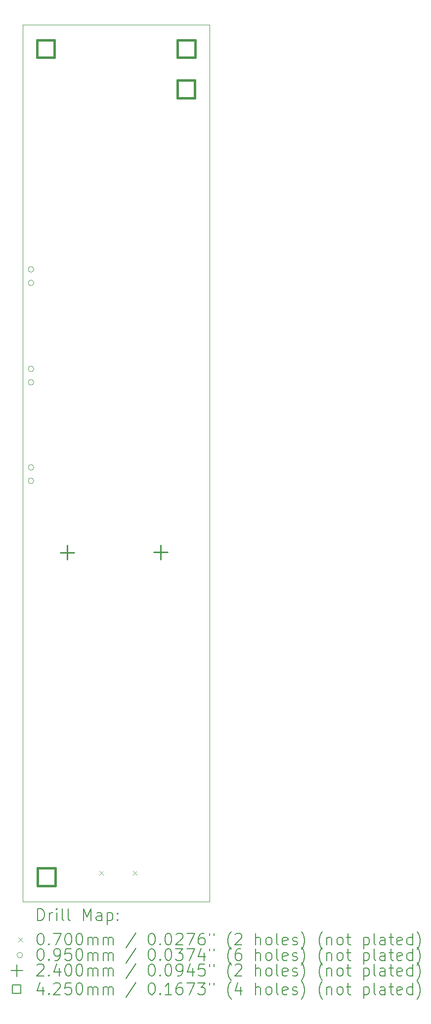
<source format=gbr>
%TF.GenerationSoftware,KiCad,Pcbnew,7.0.8*%
%TF.CreationDate,2023-11-02T15:02:26+01:00*%
%TF.ProjectId,led-tube,6c65642d-7475-4626-952e-6b696361645f,rev?*%
%TF.SameCoordinates,Original*%
%TF.FileFunction,Drillmap*%
%TF.FilePolarity,Positive*%
%FSLAX45Y45*%
G04 Gerber Fmt 4.5, Leading zero omitted, Abs format (unit mm)*
G04 Created by KiCad (PCBNEW 7.0.8) date 2023-11-02 15:02:26*
%MOMM*%
%LPD*%
G01*
G04 APERTURE LIST*
%ADD10C,0.100000*%
%ADD11C,0.200000*%
%ADD12C,0.070002*%
%ADD13C,0.095000*%
%ADD14C,0.240000*%
%ADD15C,0.424998*%
G04 APERTURE END LIST*
D10*
X60000000Y-40000000D02*
X63200000Y-40000000D01*
X63200000Y-55000000D01*
X60000000Y-55000000D01*
X60000000Y-40000000D01*
D11*
D12*
X61307993Y-54470011D02*
X61377995Y-54540014D01*
X61377995Y-54470011D02*
X61307993Y-54540014D01*
X61885996Y-54470011D02*
X61955999Y-54540014D01*
X61955999Y-54470011D02*
X61885996Y-54540014D01*
D13*
X60187500Y-44185000D02*
G75*
G03*
X60187500Y-44185000I-47500J0D01*
G01*
X60187500Y-44415000D02*
G75*
G03*
X60187500Y-44415000I-47500J0D01*
G01*
X60187500Y-45885000D02*
G75*
G03*
X60187500Y-45885000I-47500J0D01*
G01*
X60187500Y-46115000D02*
G75*
G03*
X60187500Y-46115000I-47500J0D01*
G01*
X60187500Y-47570000D02*
G75*
G03*
X60187500Y-47570000I-47500J0D01*
G01*
X60187500Y-47800000D02*
G75*
G03*
X60187500Y-47800000I-47500J0D01*
G01*
D14*
X60760000Y-48904000D02*
X60760000Y-49144000D01*
X60640000Y-49024000D02*
X60880000Y-49024000D01*
X62360000Y-48903000D02*
X62360000Y-49143000D01*
X62240000Y-49023000D02*
X62480000Y-49023000D01*
D15*
X60541295Y-40561084D02*
X60541295Y-40260562D01*
X60240773Y-40260562D01*
X60240773Y-40561084D01*
X60541295Y-40561084D01*
X60555515Y-54723584D02*
X60555515Y-54423062D01*
X60254993Y-54423062D01*
X60254993Y-54723584D01*
X60555515Y-54723584D01*
X62948138Y-41251975D02*
X62948138Y-40951453D01*
X62647616Y-40951453D01*
X62647616Y-41251975D01*
X62948138Y-41251975D01*
X62949935Y-40562104D02*
X62949935Y-40261582D01*
X62649413Y-40261582D01*
X62649413Y-40562104D01*
X62949935Y-40562104D01*
D11*
X60255777Y-55316484D02*
X60255777Y-55116484D01*
X60255777Y-55116484D02*
X60303396Y-55116484D01*
X60303396Y-55116484D02*
X60331967Y-55126008D01*
X60331967Y-55126008D02*
X60351015Y-55145055D01*
X60351015Y-55145055D02*
X60360539Y-55164103D01*
X60360539Y-55164103D02*
X60370062Y-55202198D01*
X60370062Y-55202198D02*
X60370062Y-55230769D01*
X60370062Y-55230769D02*
X60360539Y-55268865D01*
X60360539Y-55268865D02*
X60351015Y-55287912D01*
X60351015Y-55287912D02*
X60331967Y-55306960D01*
X60331967Y-55306960D02*
X60303396Y-55316484D01*
X60303396Y-55316484D02*
X60255777Y-55316484D01*
X60455777Y-55316484D02*
X60455777Y-55183150D01*
X60455777Y-55221246D02*
X60465301Y-55202198D01*
X60465301Y-55202198D02*
X60474824Y-55192674D01*
X60474824Y-55192674D02*
X60493872Y-55183150D01*
X60493872Y-55183150D02*
X60512920Y-55183150D01*
X60579586Y-55316484D02*
X60579586Y-55183150D01*
X60579586Y-55116484D02*
X60570062Y-55126008D01*
X60570062Y-55126008D02*
X60579586Y-55135531D01*
X60579586Y-55135531D02*
X60589110Y-55126008D01*
X60589110Y-55126008D02*
X60579586Y-55116484D01*
X60579586Y-55116484D02*
X60579586Y-55135531D01*
X60703396Y-55316484D02*
X60684348Y-55306960D01*
X60684348Y-55306960D02*
X60674824Y-55287912D01*
X60674824Y-55287912D02*
X60674824Y-55116484D01*
X60808158Y-55316484D02*
X60789110Y-55306960D01*
X60789110Y-55306960D02*
X60779586Y-55287912D01*
X60779586Y-55287912D02*
X60779586Y-55116484D01*
X61036729Y-55316484D02*
X61036729Y-55116484D01*
X61036729Y-55116484D02*
X61103396Y-55259341D01*
X61103396Y-55259341D02*
X61170062Y-55116484D01*
X61170062Y-55116484D02*
X61170062Y-55316484D01*
X61351015Y-55316484D02*
X61351015Y-55211722D01*
X61351015Y-55211722D02*
X61341491Y-55192674D01*
X61341491Y-55192674D02*
X61322443Y-55183150D01*
X61322443Y-55183150D02*
X61284348Y-55183150D01*
X61284348Y-55183150D02*
X61265301Y-55192674D01*
X61351015Y-55306960D02*
X61331967Y-55316484D01*
X61331967Y-55316484D02*
X61284348Y-55316484D01*
X61284348Y-55316484D02*
X61265301Y-55306960D01*
X61265301Y-55306960D02*
X61255777Y-55287912D01*
X61255777Y-55287912D02*
X61255777Y-55268865D01*
X61255777Y-55268865D02*
X61265301Y-55249817D01*
X61265301Y-55249817D02*
X61284348Y-55240293D01*
X61284348Y-55240293D02*
X61331967Y-55240293D01*
X61331967Y-55240293D02*
X61351015Y-55230769D01*
X61446253Y-55183150D02*
X61446253Y-55383150D01*
X61446253Y-55192674D02*
X61465301Y-55183150D01*
X61465301Y-55183150D02*
X61503396Y-55183150D01*
X61503396Y-55183150D02*
X61522443Y-55192674D01*
X61522443Y-55192674D02*
X61531967Y-55202198D01*
X61531967Y-55202198D02*
X61541491Y-55221246D01*
X61541491Y-55221246D02*
X61541491Y-55278388D01*
X61541491Y-55278388D02*
X61531967Y-55297436D01*
X61531967Y-55297436D02*
X61522443Y-55306960D01*
X61522443Y-55306960D02*
X61503396Y-55316484D01*
X61503396Y-55316484D02*
X61465301Y-55316484D01*
X61465301Y-55316484D02*
X61446253Y-55306960D01*
X61627205Y-55297436D02*
X61636729Y-55306960D01*
X61636729Y-55306960D02*
X61627205Y-55316484D01*
X61627205Y-55316484D02*
X61617682Y-55306960D01*
X61617682Y-55306960D02*
X61627205Y-55297436D01*
X61627205Y-55297436D02*
X61627205Y-55316484D01*
X61627205Y-55192674D02*
X61636729Y-55202198D01*
X61636729Y-55202198D02*
X61627205Y-55211722D01*
X61627205Y-55211722D02*
X61617682Y-55202198D01*
X61617682Y-55202198D02*
X61627205Y-55192674D01*
X61627205Y-55192674D02*
X61627205Y-55211722D01*
D12*
X59924998Y-55609999D02*
X59995000Y-55680001D01*
X59995000Y-55609999D02*
X59924998Y-55680001D01*
D11*
X60293872Y-55536484D02*
X60312920Y-55536484D01*
X60312920Y-55536484D02*
X60331967Y-55546008D01*
X60331967Y-55546008D02*
X60341491Y-55555531D01*
X60341491Y-55555531D02*
X60351015Y-55574579D01*
X60351015Y-55574579D02*
X60360539Y-55612674D01*
X60360539Y-55612674D02*
X60360539Y-55660293D01*
X60360539Y-55660293D02*
X60351015Y-55698388D01*
X60351015Y-55698388D02*
X60341491Y-55717436D01*
X60341491Y-55717436D02*
X60331967Y-55726960D01*
X60331967Y-55726960D02*
X60312920Y-55736484D01*
X60312920Y-55736484D02*
X60293872Y-55736484D01*
X60293872Y-55736484D02*
X60274824Y-55726960D01*
X60274824Y-55726960D02*
X60265301Y-55717436D01*
X60265301Y-55717436D02*
X60255777Y-55698388D01*
X60255777Y-55698388D02*
X60246253Y-55660293D01*
X60246253Y-55660293D02*
X60246253Y-55612674D01*
X60246253Y-55612674D02*
X60255777Y-55574579D01*
X60255777Y-55574579D02*
X60265301Y-55555531D01*
X60265301Y-55555531D02*
X60274824Y-55546008D01*
X60274824Y-55546008D02*
X60293872Y-55536484D01*
X60446253Y-55717436D02*
X60455777Y-55726960D01*
X60455777Y-55726960D02*
X60446253Y-55736484D01*
X60446253Y-55736484D02*
X60436729Y-55726960D01*
X60436729Y-55726960D02*
X60446253Y-55717436D01*
X60446253Y-55717436D02*
X60446253Y-55736484D01*
X60522443Y-55536484D02*
X60655777Y-55536484D01*
X60655777Y-55536484D02*
X60570062Y-55736484D01*
X60770062Y-55536484D02*
X60789110Y-55536484D01*
X60789110Y-55536484D02*
X60808158Y-55546008D01*
X60808158Y-55546008D02*
X60817682Y-55555531D01*
X60817682Y-55555531D02*
X60827205Y-55574579D01*
X60827205Y-55574579D02*
X60836729Y-55612674D01*
X60836729Y-55612674D02*
X60836729Y-55660293D01*
X60836729Y-55660293D02*
X60827205Y-55698388D01*
X60827205Y-55698388D02*
X60817682Y-55717436D01*
X60817682Y-55717436D02*
X60808158Y-55726960D01*
X60808158Y-55726960D02*
X60789110Y-55736484D01*
X60789110Y-55736484D02*
X60770062Y-55736484D01*
X60770062Y-55736484D02*
X60751015Y-55726960D01*
X60751015Y-55726960D02*
X60741491Y-55717436D01*
X60741491Y-55717436D02*
X60731967Y-55698388D01*
X60731967Y-55698388D02*
X60722443Y-55660293D01*
X60722443Y-55660293D02*
X60722443Y-55612674D01*
X60722443Y-55612674D02*
X60731967Y-55574579D01*
X60731967Y-55574579D02*
X60741491Y-55555531D01*
X60741491Y-55555531D02*
X60751015Y-55546008D01*
X60751015Y-55546008D02*
X60770062Y-55536484D01*
X60960539Y-55536484D02*
X60979586Y-55536484D01*
X60979586Y-55536484D02*
X60998634Y-55546008D01*
X60998634Y-55546008D02*
X61008158Y-55555531D01*
X61008158Y-55555531D02*
X61017682Y-55574579D01*
X61017682Y-55574579D02*
X61027205Y-55612674D01*
X61027205Y-55612674D02*
X61027205Y-55660293D01*
X61027205Y-55660293D02*
X61017682Y-55698388D01*
X61017682Y-55698388D02*
X61008158Y-55717436D01*
X61008158Y-55717436D02*
X60998634Y-55726960D01*
X60998634Y-55726960D02*
X60979586Y-55736484D01*
X60979586Y-55736484D02*
X60960539Y-55736484D01*
X60960539Y-55736484D02*
X60941491Y-55726960D01*
X60941491Y-55726960D02*
X60931967Y-55717436D01*
X60931967Y-55717436D02*
X60922443Y-55698388D01*
X60922443Y-55698388D02*
X60912920Y-55660293D01*
X60912920Y-55660293D02*
X60912920Y-55612674D01*
X60912920Y-55612674D02*
X60922443Y-55574579D01*
X60922443Y-55574579D02*
X60931967Y-55555531D01*
X60931967Y-55555531D02*
X60941491Y-55546008D01*
X60941491Y-55546008D02*
X60960539Y-55536484D01*
X61112920Y-55736484D02*
X61112920Y-55603150D01*
X61112920Y-55622198D02*
X61122443Y-55612674D01*
X61122443Y-55612674D02*
X61141491Y-55603150D01*
X61141491Y-55603150D02*
X61170063Y-55603150D01*
X61170063Y-55603150D02*
X61189110Y-55612674D01*
X61189110Y-55612674D02*
X61198634Y-55631722D01*
X61198634Y-55631722D02*
X61198634Y-55736484D01*
X61198634Y-55631722D02*
X61208158Y-55612674D01*
X61208158Y-55612674D02*
X61227205Y-55603150D01*
X61227205Y-55603150D02*
X61255777Y-55603150D01*
X61255777Y-55603150D02*
X61274824Y-55612674D01*
X61274824Y-55612674D02*
X61284348Y-55631722D01*
X61284348Y-55631722D02*
X61284348Y-55736484D01*
X61379586Y-55736484D02*
X61379586Y-55603150D01*
X61379586Y-55622198D02*
X61389110Y-55612674D01*
X61389110Y-55612674D02*
X61408158Y-55603150D01*
X61408158Y-55603150D02*
X61436729Y-55603150D01*
X61436729Y-55603150D02*
X61455777Y-55612674D01*
X61455777Y-55612674D02*
X61465301Y-55631722D01*
X61465301Y-55631722D02*
X61465301Y-55736484D01*
X61465301Y-55631722D02*
X61474824Y-55612674D01*
X61474824Y-55612674D02*
X61493872Y-55603150D01*
X61493872Y-55603150D02*
X61522443Y-55603150D01*
X61522443Y-55603150D02*
X61541491Y-55612674D01*
X61541491Y-55612674D02*
X61551015Y-55631722D01*
X61551015Y-55631722D02*
X61551015Y-55736484D01*
X61941491Y-55526960D02*
X61770063Y-55784103D01*
X62198634Y-55536484D02*
X62217682Y-55536484D01*
X62217682Y-55536484D02*
X62236729Y-55546008D01*
X62236729Y-55546008D02*
X62246253Y-55555531D01*
X62246253Y-55555531D02*
X62255777Y-55574579D01*
X62255777Y-55574579D02*
X62265301Y-55612674D01*
X62265301Y-55612674D02*
X62265301Y-55660293D01*
X62265301Y-55660293D02*
X62255777Y-55698388D01*
X62255777Y-55698388D02*
X62246253Y-55717436D01*
X62246253Y-55717436D02*
X62236729Y-55726960D01*
X62236729Y-55726960D02*
X62217682Y-55736484D01*
X62217682Y-55736484D02*
X62198634Y-55736484D01*
X62198634Y-55736484D02*
X62179586Y-55726960D01*
X62179586Y-55726960D02*
X62170063Y-55717436D01*
X62170063Y-55717436D02*
X62160539Y-55698388D01*
X62160539Y-55698388D02*
X62151015Y-55660293D01*
X62151015Y-55660293D02*
X62151015Y-55612674D01*
X62151015Y-55612674D02*
X62160539Y-55574579D01*
X62160539Y-55574579D02*
X62170063Y-55555531D01*
X62170063Y-55555531D02*
X62179586Y-55546008D01*
X62179586Y-55546008D02*
X62198634Y-55536484D01*
X62351015Y-55717436D02*
X62360539Y-55726960D01*
X62360539Y-55726960D02*
X62351015Y-55736484D01*
X62351015Y-55736484D02*
X62341491Y-55726960D01*
X62341491Y-55726960D02*
X62351015Y-55717436D01*
X62351015Y-55717436D02*
X62351015Y-55736484D01*
X62484348Y-55536484D02*
X62503396Y-55536484D01*
X62503396Y-55536484D02*
X62522444Y-55546008D01*
X62522444Y-55546008D02*
X62531967Y-55555531D01*
X62531967Y-55555531D02*
X62541491Y-55574579D01*
X62541491Y-55574579D02*
X62551015Y-55612674D01*
X62551015Y-55612674D02*
X62551015Y-55660293D01*
X62551015Y-55660293D02*
X62541491Y-55698388D01*
X62541491Y-55698388D02*
X62531967Y-55717436D01*
X62531967Y-55717436D02*
X62522444Y-55726960D01*
X62522444Y-55726960D02*
X62503396Y-55736484D01*
X62503396Y-55736484D02*
X62484348Y-55736484D01*
X62484348Y-55736484D02*
X62465301Y-55726960D01*
X62465301Y-55726960D02*
X62455777Y-55717436D01*
X62455777Y-55717436D02*
X62446253Y-55698388D01*
X62446253Y-55698388D02*
X62436729Y-55660293D01*
X62436729Y-55660293D02*
X62436729Y-55612674D01*
X62436729Y-55612674D02*
X62446253Y-55574579D01*
X62446253Y-55574579D02*
X62455777Y-55555531D01*
X62455777Y-55555531D02*
X62465301Y-55546008D01*
X62465301Y-55546008D02*
X62484348Y-55536484D01*
X62627206Y-55555531D02*
X62636729Y-55546008D01*
X62636729Y-55546008D02*
X62655777Y-55536484D01*
X62655777Y-55536484D02*
X62703396Y-55536484D01*
X62703396Y-55536484D02*
X62722444Y-55546008D01*
X62722444Y-55546008D02*
X62731967Y-55555531D01*
X62731967Y-55555531D02*
X62741491Y-55574579D01*
X62741491Y-55574579D02*
X62741491Y-55593627D01*
X62741491Y-55593627D02*
X62731967Y-55622198D01*
X62731967Y-55622198D02*
X62617682Y-55736484D01*
X62617682Y-55736484D02*
X62741491Y-55736484D01*
X62808158Y-55536484D02*
X62941491Y-55536484D01*
X62941491Y-55536484D02*
X62855777Y-55736484D01*
X63103396Y-55536484D02*
X63065301Y-55536484D01*
X63065301Y-55536484D02*
X63046253Y-55546008D01*
X63046253Y-55546008D02*
X63036729Y-55555531D01*
X63036729Y-55555531D02*
X63017682Y-55584103D01*
X63017682Y-55584103D02*
X63008158Y-55622198D01*
X63008158Y-55622198D02*
X63008158Y-55698388D01*
X63008158Y-55698388D02*
X63017682Y-55717436D01*
X63017682Y-55717436D02*
X63027206Y-55726960D01*
X63027206Y-55726960D02*
X63046253Y-55736484D01*
X63046253Y-55736484D02*
X63084348Y-55736484D01*
X63084348Y-55736484D02*
X63103396Y-55726960D01*
X63103396Y-55726960D02*
X63112920Y-55717436D01*
X63112920Y-55717436D02*
X63122444Y-55698388D01*
X63122444Y-55698388D02*
X63122444Y-55650769D01*
X63122444Y-55650769D02*
X63112920Y-55631722D01*
X63112920Y-55631722D02*
X63103396Y-55622198D01*
X63103396Y-55622198D02*
X63084348Y-55612674D01*
X63084348Y-55612674D02*
X63046253Y-55612674D01*
X63046253Y-55612674D02*
X63027206Y-55622198D01*
X63027206Y-55622198D02*
X63017682Y-55631722D01*
X63017682Y-55631722D02*
X63008158Y-55650769D01*
X63198634Y-55536484D02*
X63198634Y-55574579D01*
X63274825Y-55536484D02*
X63274825Y-55574579D01*
X63570063Y-55812674D02*
X63560539Y-55803150D01*
X63560539Y-55803150D02*
X63541491Y-55774579D01*
X63541491Y-55774579D02*
X63531968Y-55755531D01*
X63531968Y-55755531D02*
X63522444Y-55726960D01*
X63522444Y-55726960D02*
X63512920Y-55679341D01*
X63512920Y-55679341D02*
X63512920Y-55641246D01*
X63512920Y-55641246D02*
X63522444Y-55593627D01*
X63522444Y-55593627D02*
X63531968Y-55565055D01*
X63531968Y-55565055D02*
X63541491Y-55546008D01*
X63541491Y-55546008D02*
X63560539Y-55517436D01*
X63560539Y-55517436D02*
X63570063Y-55507912D01*
X63636729Y-55555531D02*
X63646253Y-55546008D01*
X63646253Y-55546008D02*
X63665301Y-55536484D01*
X63665301Y-55536484D02*
X63712920Y-55536484D01*
X63712920Y-55536484D02*
X63731968Y-55546008D01*
X63731968Y-55546008D02*
X63741491Y-55555531D01*
X63741491Y-55555531D02*
X63751015Y-55574579D01*
X63751015Y-55574579D02*
X63751015Y-55593627D01*
X63751015Y-55593627D02*
X63741491Y-55622198D01*
X63741491Y-55622198D02*
X63627206Y-55736484D01*
X63627206Y-55736484D02*
X63751015Y-55736484D01*
X63989110Y-55736484D02*
X63989110Y-55536484D01*
X64074825Y-55736484D02*
X64074825Y-55631722D01*
X64074825Y-55631722D02*
X64065301Y-55612674D01*
X64065301Y-55612674D02*
X64046253Y-55603150D01*
X64046253Y-55603150D02*
X64017682Y-55603150D01*
X64017682Y-55603150D02*
X63998634Y-55612674D01*
X63998634Y-55612674D02*
X63989110Y-55622198D01*
X64198634Y-55736484D02*
X64179587Y-55726960D01*
X64179587Y-55726960D02*
X64170063Y-55717436D01*
X64170063Y-55717436D02*
X64160539Y-55698388D01*
X64160539Y-55698388D02*
X64160539Y-55641246D01*
X64160539Y-55641246D02*
X64170063Y-55622198D01*
X64170063Y-55622198D02*
X64179587Y-55612674D01*
X64179587Y-55612674D02*
X64198634Y-55603150D01*
X64198634Y-55603150D02*
X64227206Y-55603150D01*
X64227206Y-55603150D02*
X64246253Y-55612674D01*
X64246253Y-55612674D02*
X64255777Y-55622198D01*
X64255777Y-55622198D02*
X64265301Y-55641246D01*
X64265301Y-55641246D02*
X64265301Y-55698388D01*
X64265301Y-55698388D02*
X64255777Y-55717436D01*
X64255777Y-55717436D02*
X64246253Y-55726960D01*
X64246253Y-55726960D02*
X64227206Y-55736484D01*
X64227206Y-55736484D02*
X64198634Y-55736484D01*
X64379587Y-55736484D02*
X64360539Y-55726960D01*
X64360539Y-55726960D02*
X64351015Y-55707912D01*
X64351015Y-55707912D02*
X64351015Y-55536484D01*
X64531968Y-55726960D02*
X64512920Y-55736484D01*
X64512920Y-55736484D02*
X64474825Y-55736484D01*
X64474825Y-55736484D02*
X64455777Y-55726960D01*
X64455777Y-55726960D02*
X64446253Y-55707912D01*
X64446253Y-55707912D02*
X64446253Y-55631722D01*
X64446253Y-55631722D02*
X64455777Y-55612674D01*
X64455777Y-55612674D02*
X64474825Y-55603150D01*
X64474825Y-55603150D02*
X64512920Y-55603150D01*
X64512920Y-55603150D02*
X64531968Y-55612674D01*
X64531968Y-55612674D02*
X64541491Y-55631722D01*
X64541491Y-55631722D02*
X64541491Y-55650769D01*
X64541491Y-55650769D02*
X64446253Y-55669817D01*
X64617682Y-55726960D02*
X64636730Y-55736484D01*
X64636730Y-55736484D02*
X64674825Y-55736484D01*
X64674825Y-55736484D02*
X64693872Y-55726960D01*
X64693872Y-55726960D02*
X64703396Y-55707912D01*
X64703396Y-55707912D02*
X64703396Y-55698388D01*
X64703396Y-55698388D02*
X64693872Y-55679341D01*
X64693872Y-55679341D02*
X64674825Y-55669817D01*
X64674825Y-55669817D02*
X64646253Y-55669817D01*
X64646253Y-55669817D02*
X64627206Y-55660293D01*
X64627206Y-55660293D02*
X64617682Y-55641246D01*
X64617682Y-55641246D02*
X64617682Y-55631722D01*
X64617682Y-55631722D02*
X64627206Y-55612674D01*
X64627206Y-55612674D02*
X64646253Y-55603150D01*
X64646253Y-55603150D02*
X64674825Y-55603150D01*
X64674825Y-55603150D02*
X64693872Y-55612674D01*
X64770063Y-55812674D02*
X64779587Y-55803150D01*
X64779587Y-55803150D02*
X64798634Y-55774579D01*
X64798634Y-55774579D02*
X64808158Y-55755531D01*
X64808158Y-55755531D02*
X64817682Y-55726960D01*
X64817682Y-55726960D02*
X64827206Y-55679341D01*
X64827206Y-55679341D02*
X64827206Y-55641246D01*
X64827206Y-55641246D02*
X64817682Y-55593627D01*
X64817682Y-55593627D02*
X64808158Y-55565055D01*
X64808158Y-55565055D02*
X64798634Y-55546008D01*
X64798634Y-55546008D02*
X64779587Y-55517436D01*
X64779587Y-55517436D02*
X64770063Y-55507912D01*
X65131968Y-55812674D02*
X65122444Y-55803150D01*
X65122444Y-55803150D02*
X65103396Y-55774579D01*
X65103396Y-55774579D02*
X65093872Y-55755531D01*
X65093872Y-55755531D02*
X65084349Y-55726960D01*
X65084349Y-55726960D02*
X65074825Y-55679341D01*
X65074825Y-55679341D02*
X65074825Y-55641246D01*
X65074825Y-55641246D02*
X65084349Y-55593627D01*
X65084349Y-55593627D02*
X65093872Y-55565055D01*
X65093872Y-55565055D02*
X65103396Y-55546008D01*
X65103396Y-55546008D02*
X65122444Y-55517436D01*
X65122444Y-55517436D02*
X65131968Y-55507912D01*
X65208158Y-55603150D02*
X65208158Y-55736484D01*
X65208158Y-55622198D02*
X65217682Y-55612674D01*
X65217682Y-55612674D02*
X65236730Y-55603150D01*
X65236730Y-55603150D02*
X65265301Y-55603150D01*
X65265301Y-55603150D02*
X65284349Y-55612674D01*
X65284349Y-55612674D02*
X65293872Y-55631722D01*
X65293872Y-55631722D02*
X65293872Y-55736484D01*
X65417682Y-55736484D02*
X65398634Y-55726960D01*
X65398634Y-55726960D02*
X65389111Y-55717436D01*
X65389111Y-55717436D02*
X65379587Y-55698388D01*
X65379587Y-55698388D02*
X65379587Y-55641246D01*
X65379587Y-55641246D02*
X65389111Y-55622198D01*
X65389111Y-55622198D02*
X65398634Y-55612674D01*
X65398634Y-55612674D02*
X65417682Y-55603150D01*
X65417682Y-55603150D02*
X65446253Y-55603150D01*
X65446253Y-55603150D02*
X65465301Y-55612674D01*
X65465301Y-55612674D02*
X65474825Y-55622198D01*
X65474825Y-55622198D02*
X65484349Y-55641246D01*
X65484349Y-55641246D02*
X65484349Y-55698388D01*
X65484349Y-55698388D02*
X65474825Y-55717436D01*
X65474825Y-55717436D02*
X65465301Y-55726960D01*
X65465301Y-55726960D02*
X65446253Y-55736484D01*
X65446253Y-55736484D02*
X65417682Y-55736484D01*
X65541492Y-55603150D02*
X65617682Y-55603150D01*
X65570063Y-55536484D02*
X65570063Y-55707912D01*
X65570063Y-55707912D02*
X65579587Y-55726960D01*
X65579587Y-55726960D02*
X65598634Y-55736484D01*
X65598634Y-55736484D02*
X65617682Y-55736484D01*
X65836730Y-55603150D02*
X65836730Y-55803150D01*
X65836730Y-55612674D02*
X65855777Y-55603150D01*
X65855777Y-55603150D02*
X65893873Y-55603150D01*
X65893873Y-55603150D02*
X65912920Y-55612674D01*
X65912920Y-55612674D02*
X65922444Y-55622198D01*
X65922444Y-55622198D02*
X65931968Y-55641246D01*
X65931968Y-55641246D02*
X65931968Y-55698388D01*
X65931968Y-55698388D02*
X65922444Y-55717436D01*
X65922444Y-55717436D02*
X65912920Y-55726960D01*
X65912920Y-55726960D02*
X65893873Y-55736484D01*
X65893873Y-55736484D02*
X65855777Y-55736484D01*
X65855777Y-55736484D02*
X65836730Y-55726960D01*
X66046253Y-55736484D02*
X66027206Y-55726960D01*
X66027206Y-55726960D02*
X66017682Y-55707912D01*
X66017682Y-55707912D02*
X66017682Y-55536484D01*
X66208158Y-55736484D02*
X66208158Y-55631722D01*
X66208158Y-55631722D02*
X66198634Y-55612674D01*
X66198634Y-55612674D02*
X66179587Y-55603150D01*
X66179587Y-55603150D02*
X66141492Y-55603150D01*
X66141492Y-55603150D02*
X66122444Y-55612674D01*
X66208158Y-55726960D02*
X66189111Y-55736484D01*
X66189111Y-55736484D02*
X66141492Y-55736484D01*
X66141492Y-55736484D02*
X66122444Y-55726960D01*
X66122444Y-55726960D02*
X66112920Y-55707912D01*
X66112920Y-55707912D02*
X66112920Y-55688865D01*
X66112920Y-55688865D02*
X66122444Y-55669817D01*
X66122444Y-55669817D02*
X66141492Y-55660293D01*
X66141492Y-55660293D02*
X66189111Y-55660293D01*
X66189111Y-55660293D02*
X66208158Y-55650769D01*
X66274825Y-55603150D02*
X66351015Y-55603150D01*
X66303396Y-55536484D02*
X66303396Y-55707912D01*
X66303396Y-55707912D02*
X66312920Y-55726960D01*
X66312920Y-55726960D02*
X66331968Y-55736484D01*
X66331968Y-55736484D02*
X66351015Y-55736484D01*
X66493873Y-55726960D02*
X66474825Y-55736484D01*
X66474825Y-55736484D02*
X66436730Y-55736484D01*
X66436730Y-55736484D02*
X66417682Y-55726960D01*
X66417682Y-55726960D02*
X66408158Y-55707912D01*
X66408158Y-55707912D02*
X66408158Y-55631722D01*
X66408158Y-55631722D02*
X66417682Y-55612674D01*
X66417682Y-55612674D02*
X66436730Y-55603150D01*
X66436730Y-55603150D02*
X66474825Y-55603150D01*
X66474825Y-55603150D02*
X66493873Y-55612674D01*
X66493873Y-55612674D02*
X66503396Y-55631722D01*
X66503396Y-55631722D02*
X66503396Y-55650769D01*
X66503396Y-55650769D02*
X66408158Y-55669817D01*
X66674825Y-55736484D02*
X66674825Y-55536484D01*
X66674825Y-55726960D02*
X66655777Y-55736484D01*
X66655777Y-55736484D02*
X66617682Y-55736484D01*
X66617682Y-55736484D02*
X66598634Y-55726960D01*
X66598634Y-55726960D02*
X66589111Y-55717436D01*
X66589111Y-55717436D02*
X66579587Y-55698388D01*
X66579587Y-55698388D02*
X66579587Y-55641246D01*
X66579587Y-55641246D02*
X66589111Y-55622198D01*
X66589111Y-55622198D02*
X66598634Y-55612674D01*
X66598634Y-55612674D02*
X66617682Y-55603150D01*
X66617682Y-55603150D02*
X66655777Y-55603150D01*
X66655777Y-55603150D02*
X66674825Y-55612674D01*
X66751015Y-55812674D02*
X66760539Y-55803150D01*
X66760539Y-55803150D02*
X66779587Y-55774579D01*
X66779587Y-55774579D02*
X66789111Y-55755531D01*
X66789111Y-55755531D02*
X66798634Y-55726960D01*
X66798634Y-55726960D02*
X66808158Y-55679341D01*
X66808158Y-55679341D02*
X66808158Y-55641246D01*
X66808158Y-55641246D02*
X66798634Y-55593627D01*
X66798634Y-55593627D02*
X66789111Y-55565055D01*
X66789111Y-55565055D02*
X66779587Y-55546008D01*
X66779587Y-55546008D02*
X66760539Y-55517436D01*
X66760539Y-55517436D02*
X66751015Y-55507912D01*
D13*
X59995000Y-55909000D02*
G75*
G03*
X59995000Y-55909000I-47500J0D01*
G01*
D11*
X60293872Y-55800484D02*
X60312920Y-55800484D01*
X60312920Y-55800484D02*
X60331967Y-55810008D01*
X60331967Y-55810008D02*
X60341491Y-55819531D01*
X60341491Y-55819531D02*
X60351015Y-55838579D01*
X60351015Y-55838579D02*
X60360539Y-55876674D01*
X60360539Y-55876674D02*
X60360539Y-55924293D01*
X60360539Y-55924293D02*
X60351015Y-55962388D01*
X60351015Y-55962388D02*
X60341491Y-55981436D01*
X60341491Y-55981436D02*
X60331967Y-55990960D01*
X60331967Y-55990960D02*
X60312920Y-56000484D01*
X60312920Y-56000484D02*
X60293872Y-56000484D01*
X60293872Y-56000484D02*
X60274824Y-55990960D01*
X60274824Y-55990960D02*
X60265301Y-55981436D01*
X60265301Y-55981436D02*
X60255777Y-55962388D01*
X60255777Y-55962388D02*
X60246253Y-55924293D01*
X60246253Y-55924293D02*
X60246253Y-55876674D01*
X60246253Y-55876674D02*
X60255777Y-55838579D01*
X60255777Y-55838579D02*
X60265301Y-55819531D01*
X60265301Y-55819531D02*
X60274824Y-55810008D01*
X60274824Y-55810008D02*
X60293872Y-55800484D01*
X60446253Y-55981436D02*
X60455777Y-55990960D01*
X60455777Y-55990960D02*
X60446253Y-56000484D01*
X60446253Y-56000484D02*
X60436729Y-55990960D01*
X60436729Y-55990960D02*
X60446253Y-55981436D01*
X60446253Y-55981436D02*
X60446253Y-56000484D01*
X60551015Y-56000484D02*
X60589110Y-56000484D01*
X60589110Y-56000484D02*
X60608158Y-55990960D01*
X60608158Y-55990960D02*
X60617682Y-55981436D01*
X60617682Y-55981436D02*
X60636729Y-55952865D01*
X60636729Y-55952865D02*
X60646253Y-55914769D01*
X60646253Y-55914769D02*
X60646253Y-55838579D01*
X60646253Y-55838579D02*
X60636729Y-55819531D01*
X60636729Y-55819531D02*
X60627205Y-55810008D01*
X60627205Y-55810008D02*
X60608158Y-55800484D01*
X60608158Y-55800484D02*
X60570062Y-55800484D01*
X60570062Y-55800484D02*
X60551015Y-55810008D01*
X60551015Y-55810008D02*
X60541491Y-55819531D01*
X60541491Y-55819531D02*
X60531967Y-55838579D01*
X60531967Y-55838579D02*
X60531967Y-55886198D01*
X60531967Y-55886198D02*
X60541491Y-55905246D01*
X60541491Y-55905246D02*
X60551015Y-55914769D01*
X60551015Y-55914769D02*
X60570062Y-55924293D01*
X60570062Y-55924293D02*
X60608158Y-55924293D01*
X60608158Y-55924293D02*
X60627205Y-55914769D01*
X60627205Y-55914769D02*
X60636729Y-55905246D01*
X60636729Y-55905246D02*
X60646253Y-55886198D01*
X60827205Y-55800484D02*
X60731967Y-55800484D01*
X60731967Y-55800484D02*
X60722443Y-55895722D01*
X60722443Y-55895722D02*
X60731967Y-55886198D01*
X60731967Y-55886198D02*
X60751015Y-55876674D01*
X60751015Y-55876674D02*
X60798634Y-55876674D01*
X60798634Y-55876674D02*
X60817682Y-55886198D01*
X60817682Y-55886198D02*
X60827205Y-55895722D01*
X60827205Y-55895722D02*
X60836729Y-55914769D01*
X60836729Y-55914769D02*
X60836729Y-55962388D01*
X60836729Y-55962388D02*
X60827205Y-55981436D01*
X60827205Y-55981436D02*
X60817682Y-55990960D01*
X60817682Y-55990960D02*
X60798634Y-56000484D01*
X60798634Y-56000484D02*
X60751015Y-56000484D01*
X60751015Y-56000484D02*
X60731967Y-55990960D01*
X60731967Y-55990960D02*
X60722443Y-55981436D01*
X60960539Y-55800484D02*
X60979586Y-55800484D01*
X60979586Y-55800484D02*
X60998634Y-55810008D01*
X60998634Y-55810008D02*
X61008158Y-55819531D01*
X61008158Y-55819531D02*
X61017682Y-55838579D01*
X61017682Y-55838579D02*
X61027205Y-55876674D01*
X61027205Y-55876674D02*
X61027205Y-55924293D01*
X61027205Y-55924293D02*
X61017682Y-55962388D01*
X61017682Y-55962388D02*
X61008158Y-55981436D01*
X61008158Y-55981436D02*
X60998634Y-55990960D01*
X60998634Y-55990960D02*
X60979586Y-56000484D01*
X60979586Y-56000484D02*
X60960539Y-56000484D01*
X60960539Y-56000484D02*
X60941491Y-55990960D01*
X60941491Y-55990960D02*
X60931967Y-55981436D01*
X60931967Y-55981436D02*
X60922443Y-55962388D01*
X60922443Y-55962388D02*
X60912920Y-55924293D01*
X60912920Y-55924293D02*
X60912920Y-55876674D01*
X60912920Y-55876674D02*
X60922443Y-55838579D01*
X60922443Y-55838579D02*
X60931967Y-55819531D01*
X60931967Y-55819531D02*
X60941491Y-55810008D01*
X60941491Y-55810008D02*
X60960539Y-55800484D01*
X61112920Y-56000484D02*
X61112920Y-55867150D01*
X61112920Y-55886198D02*
X61122443Y-55876674D01*
X61122443Y-55876674D02*
X61141491Y-55867150D01*
X61141491Y-55867150D02*
X61170063Y-55867150D01*
X61170063Y-55867150D02*
X61189110Y-55876674D01*
X61189110Y-55876674D02*
X61198634Y-55895722D01*
X61198634Y-55895722D02*
X61198634Y-56000484D01*
X61198634Y-55895722D02*
X61208158Y-55876674D01*
X61208158Y-55876674D02*
X61227205Y-55867150D01*
X61227205Y-55867150D02*
X61255777Y-55867150D01*
X61255777Y-55867150D02*
X61274824Y-55876674D01*
X61274824Y-55876674D02*
X61284348Y-55895722D01*
X61284348Y-55895722D02*
X61284348Y-56000484D01*
X61379586Y-56000484D02*
X61379586Y-55867150D01*
X61379586Y-55886198D02*
X61389110Y-55876674D01*
X61389110Y-55876674D02*
X61408158Y-55867150D01*
X61408158Y-55867150D02*
X61436729Y-55867150D01*
X61436729Y-55867150D02*
X61455777Y-55876674D01*
X61455777Y-55876674D02*
X61465301Y-55895722D01*
X61465301Y-55895722D02*
X61465301Y-56000484D01*
X61465301Y-55895722D02*
X61474824Y-55876674D01*
X61474824Y-55876674D02*
X61493872Y-55867150D01*
X61493872Y-55867150D02*
X61522443Y-55867150D01*
X61522443Y-55867150D02*
X61541491Y-55876674D01*
X61541491Y-55876674D02*
X61551015Y-55895722D01*
X61551015Y-55895722D02*
X61551015Y-56000484D01*
X61941491Y-55790960D02*
X61770063Y-56048103D01*
X62198634Y-55800484D02*
X62217682Y-55800484D01*
X62217682Y-55800484D02*
X62236729Y-55810008D01*
X62236729Y-55810008D02*
X62246253Y-55819531D01*
X62246253Y-55819531D02*
X62255777Y-55838579D01*
X62255777Y-55838579D02*
X62265301Y-55876674D01*
X62265301Y-55876674D02*
X62265301Y-55924293D01*
X62265301Y-55924293D02*
X62255777Y-55962388D01*
X62255777Y-55962388D02*
X62246253Y-55981436D01*
X62246253Y-55981436D02*
X62236729Y-55990960D01*
X62236729Y-55990960D02*
X62217682Y-56000484D01*
X62217682Y-56000484D02*
X62198634Y-56000484D01*
X62198634Y-56000484D02*
X62179586Y-55990960D01*
X62179586Y-55990960D02*
X62170063Y-55981436D01*
X62170063Y-55981436D02*
X62160539Y-55962388D01*
X62160539Y-55962388D02*
X62151015Y-55924293D01*
X62151015Y-55924293D02*
X62151015Y-55876674D01*
X62151015Y-55876674D02*
X62160539Y-55838579D01*
X62160539Y-55838579D02*
X62170063Y-55819531D01*
X62170063Y-55819531D02*
X62179586Y-55810008D01*
X62179586Y-55810008D02*
X62198634Y-55800484D01*
X62351015Y-55981436D02*
X62360539Y-55990960D01*
X62360539Y-55990960D02*
X62351015Y-56000484D01*
X62351015Y-56000484D02*
X62341491Y-55990960D01*
X62341491Y-55990960D02*
X62351015Y-55981436D01*
X62351015Y-55981436D02*
X62351015Y-56000484D01*
X62484348Y-55800484D02*
X62503396Y-55800484D01*
X62503396Y-55800484D02*
X62522444Y-55810008D01*
X62522444Y-55810008D02*
X62531967Y-55819531D01*
X62531967Y-55819531D02*
X62541491Y-55838579D01*
X62541491Y-55838579D02*
X62551015Y-55876674D01*
X62551015Y-55876674D02*
X62551015Y-55924293D01*
X62551015Y-55924293D02*
X62541491Y-55962388D01*
X62541491Y-55962388D02*
X62531967Y-55981436D01*
X62531967Y-55981436D02*
X62522444Y-55990960D01*
X62522444Y-55990960D02*
X62503396Y-56000484D01*
X62503396Y-56000484D02*
X62484348Y-56000484D01*
X62484348Y-56000484D02*
X62465301Y-55990960D01*
X62465301Y-55990960D02*
X62455777Y-55981436D01*
X62455777Y-55981436D02*
X62446253Y-55962388D01*
X62446253Y-55962388D02*
X62436729Y-55924293D01*
X62436729Y-55924293D02*
X62436729Y-55876674D01*
X62436729Y-55876674D02*
X62446253Y-55838579D01*
X62446253Y-55838579D02*
X62455777Y-55819531D01*
X62455777Y-55819531D02*
X62465301Y-55810008D01*
X62465301Y-55810008D02*
X62484348Y-55800484D01*
X62617682Y-55800484D02*
X62741491Y-55800484D01*
X62741491Y-55800484D02*
X62674825Y-55876674D01*
X62674825Y-55876674D02*
X62703396Y-55876674D01*
X62703396Y-55876674D02*
X62722444Y-55886198D01*
X62722444Y-55886198D02*
X62731967Y-55895722D01*
X62731967Y-55895722D02*
X62741491Y-55914769D01*
X62741491Y-55914769D02*
X62741491Y-55962388D01*
X62741491Y-55962388D02*
X62731967Y-55981436D01*
X62731967Y-55981436D02*
X62722444Y-55990960D01*
X62722444Y-55990960D02*
X62703396Y-56000484D01*
X62703396Y-56000484D02*
X62646253Y-56000484D01*
X62646253Y-56000484D02*
X62627206Y-55990960D01*
X62627206Y-55990960D02*
X62617682Y-55981436D01*
X62808158Y-55800484D02*
X62941491Y-55800484D01*
X62941491Y-55800484D02*
X62855777Y-56000484D01*
X63103396Y-55867150D02*
X63103396Y-56000484D01*
X63055777Y-55790960D02*
X63008158Y-55933817D01*
X63008158Y-55933817D02*
X63131967Y-55933817D01*
X63198634Y-55800484D02*
X63198634Y-55838579D01*
X63274825Y-55800484D02*
X63274825Y-55838579D01*
X63570063Y-56076674D02*
X63560539Y-56067150D01*
X63560539Y-56067150D02*
X63541491Y-56038579D01*
X63541491Y-56038579D02*
X63531968Y-56019531D01*
X63531968Y-56019531D02*
X63522444Y-55990960D01*
X63522444Y-55990960D02*
X63512920Y-55943341D01*
X63512920Y-55943341D02*
X63512920Y-55905246D01*
X63512920Y-55905246D02*
X63522444Y-55857627D01*
X63522444Y-55857627D02*
X63531968Y-55829055D01*
X63531968Y-55829055D02*
X63541491Y-55810008D01*
X63541491Y-55810008D02*
X63560539Y-55781436D01*
X63560539Y-55781436D02*
X63570063Y-55771912D01*
X63731968Y-55800484D02*
X63693872Y-55800484D01*
X63693872Y-55800484D02*
X63674825Y-55810008D01*
X63674825Y-55810008D02*
X63665301Y-55819531D01*
X63665301Y-55819531D02*
X63646253Y-55848103D01*
X63646253Y-55848103D02*
X63636729Y-55886198D01*
X63636729Y-55886198D02*
X63636729Y-55962388D01*
X63636729Y-55962388D02*
X63646253Y-55981436D01*
X63646253Y-55981436D02*
X63655777Y-55990960D01*
X63655777Y-55990960D02*
X63674825Y-56000484D01*
X63674825Y-56000484D02*
X63712920Y-56000484D01*
X63712920Y-56000484D02*
X63731968Y-55990960D01*
X63731968Y-55990960D02*
X63741491Y-55981436D01*
X63741491Y-55981436D02*
X63751015Y-55962388D01*
X63751015Y-55962388D02*
X63751015Y-55914769D01*
X63751015Y-55914769D02*
X63741491Y-55895722D01*
X63741491Y-55895722D02*
X63731968Y-55886198D01*
X63731968Y-55886198D02*
X63712920Y-55876674D01*
X63712920Y-55876674D02*
X63674825Y-55876674D01*
X63674825Y-55876674D02*
X63655777Y-55886198D01*
X63655777Y-55886198D02*
X63646253Y-55895722D01*
X63646253Y-55895722D02*
X63636729Y-55914769D01*
X63989110Y-56000484D02*
X63989110Y-55800484D01*
X64074825Y-56000484D02*
X64074825Y-55895722D01*
X64074825Y-55895722D02*
X64065301Y-55876674D01*
X64065301Y-55876674D02*
X64046253Y-55867150D01*
X64046253Y-55867150D02*
X64017682Y-55867150D01*
X64017682Y-55867150D02*
X63998634Y-55876674D01*
X63998634Y-55876674D02*
X63989110Y-55886198D01*
X64198634Y-56000484D02*
X64179587Y-55990960D01*
X64179587Y-55990960D02*
X64170063Y-55981436D01*
X64170063Y-55981436D02*
X64160539Y-55962388D01*
X64160539Y-55962388D02*
X64160539Y-55905246D01*
X64160539Y-55905246D02*
X64170063Y-55886198D01*
X64170063Y-55886198D02*
X64179587Y-55876674D01*
X64179587Y-55876674D02*
X64198634Y-55867150D01*
X64198634Y-55867150D02*
X64227206Y-55867150D01*
X64227206Y-55867150D02*
X64246253Y-55876674D01*
X64246253Y-55876674D02*
X64255777Y-55886198D01*
X64255777Y-55886198D02*
X64265301Y-55905246D01*
X64265301Y-55905246D02*
X64265301Y-55962388D01*
X64265301Y-55962388D02*
X64255777Y-55981436D01*
X64255777Y-55981436D02*
X64246253Y-55990960D01*
X64246253Y-55990960D02*
X64227206Y-56000484D01*
X64227206Y-56000484D02*
X64198634Y-56000484D01*
X64379587Y-56000484D02*
X64360539Y-55990960D01*
X64360539Y-55990960D02*
X64351015Y-55971912D01*
X64351015Y-55971912D02*
X64351015Y-55800484D01*
X64531968Y-55990960D02*
X64512920Y-56000484D01*
X64512920Y-56000484D02*
X64474825Y-56000484D01*
X64474825Y-56000484D02*
X64455777Y-55990960D01*
X64455777Y-55990960D02*
X64446253Y-55971912D01*
X64446253Y-55971912D02*
X64446253Y-55895722D01*
X64446253Y-55895722D02*
X64455777Y-55876674D01*
X64455777Y-55876674D02*
X64474825Y-55867150D01*
X64474825Y-55867150D02*
X64512920Y-55867150D01*
X64512920Y-55867150D02*
X64531968Y-55876674D01*
X64531968Y-55876674D02*
X64541491Y-55895722D01*
X64541491Y-55895722D02*
X64541491Y-55914769D01*
X64541491Y-55914769D02*
X64446253Y-55933817D01*
X64617682Y-55990960D02*
X64636730Y-56000484D01*
X64636730Y-56000484D02*
X64674825Y-56000484D01*
X64674825Y-56000484D02*
X64693872Y-55990960D01*
X64693872Y-55990960D02*
X64703396Y-55971912D01*
X64703396Y-55971912D02*
X64703396Y-55962388D01*
X64703396Y-55962388D02*
X64693872Y-55943341D01*
X64693872Y-55943341D02*
X64674825Y-55933817D01*
X64674825Y-55933817D02*
X64646253Y-55933817D01*
X64646253Y-55933817D02*
X64627206Y-55924293D01*
X64627206Y-55924293D02*
X64617682Y-55905246D01*
X64617682Y-55905246D02*
X64617682Y-55895722D01*
X64617682Y-55895722D02*
X64627206Y-55876674D01*
X64627206Y-55876674D02*
X64646253Y-55867150D01*
X64646253Y-55867150D02*
X64674825Y-55867150D01*
X64674825Y-55867150D02*
X64693872Y-55876674D01*
X64770063Y-56076674D02*
X64779587Y-56067150D01*
X64779587Y-56067150D02*
X64798634Y-56038579D01*
X64798634Y-56038579D02*
X64808158Y-56019531D01*
X64808158Y-56019531D02*
X64817682Y-55990960D01*
X64817682Y-55990960D02*
X64827206Y-55943341D01*
X64827206Y-55943341D02*
X64827206Y-55905246D01*
X64827206Y-55905246D02*
X64817682Y-55857627D01*
X64817682Y-55857627D02*
X64808158Y-55829055D01*
X64808158Y-55829055D02*
X64798634Y-55810008D01*
X64798634Y-55810008D02*
X64779587Y-55781436D01*
X64779587Y-55781436D02*
X64770063Y-55771912D01*
X65131968Y-56076674D02*
X65122444Y-56067150D01*
X65122444Y-56067150D02*
X65103396Y-56038579D01*
X65103396Y-56038579D02*
X65093872Y-56019531D01*
X65093872Y-56019531D02*
X65084349Y-55990960D01*
X65084349Y-55990960D02*
X65074825Y-55943341D01*
X65074825Y-55943341D02*
X65074825Y-55905246D01*
X65074825Y-55905246D02*
X65084349Y-55857627D01*
X65084349Y-55857627D02*
X65093872Y-55829055D01*
X65093872Y-55829055D02*
X65103396Y-55810008D01*
X65103396Y-55810008D02*
X65122444Y-55781436D01*
X65122444Y-55781436D02*
X65131968Y-55771912D01*
X65208158Y-55867150D02*
X65208158Y-56000484D01*
X65208158Y-55886198D02*
X65217682Y-55876674D01*
X65217682Y-55876674D02*
X65236730Y-55867150D01*
X65236730Y-55867150D02*
X65265301Y-55867150D01*
X65265301Y-55867150D02*
X65284349Y-55876674D01*
X65284349Y-55876674D02*
X65293872Y-55895722D01*
X65293872Y-55895722D02*
X65293872Y-56000484D01*
X65417682Y-56000484D02*
X65398634Y-55990960D01*
X65398634Y-55990960D02*
X65389111Y-55981436D01*
X65389111Y-55981436D02*
X65379587Y-55962388D01*
X65379587Y-55962388D02*
X65379587Y-55905246D01*
X65379587Y-55905246D02*
X65389111Y-55886198D01*
X65389111Y-55886198D02*
X65398634Y-55876674D01*
X65398634Y-55876674D02*
X65417682Y-55867150D01*
X65417682Y-55867150D02*
X65446253Y-55867150D01*
X65446253Y-55867150D02*
X65465301Y-55876674D01*
X65465301Y-55876674D02*
X65474825Y-55886198D01*
X65474825Y-55886198D02*
X65484349Y-55905246D01*
X65484349Y-55905246D02*
X65484349Y-55962388D01*
X65484349Y-55962388D02*
X65474825Y-55981436D01*
X65474825Y-55981436D02*
X65465301Y-55990960D01*
X65465301Y-55990960D02*
X65446253Y-56000484D01*
X65446253Y-56000484D02*
X65417682Y-56000484D01*
X65541492Y-55867150D02*
X65617682Y-55867150D01*
X65570063Y-55800484D02*
X65570063Y-55971912D01*
X65570063Y-55971912D02*
X65579587Y-55990960D01*
X65579587Y-55990960D02*
X65598634Y-56000484D01*
X65598634Y-56000484D02*
X65617682Y-56000484D01*
X65836730Y-55867150D02*
X65836730Y-56067150D01*
X65836730Y-55876674D02*
X65855777Y-55867150D01*
X65855777Y-55867150D02*
X65893873Y-55867150D01*
X65893873Y-55867150D02*
X65912920Y-55876674D01*
X65912920Y-55876674D02*
X65922444Y-55886198D01*
X65922444Y-55886198D02*
X65931968Y-55905246D01*
X65931968Y-55905246D02*
X65931968Y-55962388D01*
X65931968Y-55962388D02*
X65922444Y-55981436D01*
X65922444Y-55981436D02*
X65912920Y-55990960D01*
X65912920Y-55990960D02*
X65893873Y-56000484D01*
X65893873Y-56000484D02*
X65855777Y-56000484D01*
X65855777Y-56000484D02*
X65836730Y-55990960D01*
X66046253Y-56000484D02*
X66027206Y-55990960D01*
X66027206Y-55990960D02*
X66017682Y-55971912D01*
X66017682Y-55971912D02*
X66017682Y-55800484D01*
X66208158Y-56000484D02*
X66208158Y-55895722D01*
X66208158Y-55895722D02*
X66198634Y-55876674D01*
X66198634Y-55876674D02*
X66179587Y-55867150D01*
X66179587Y-55867150D02*
X66141492Y-55867150D01*
X66141492Y-55867150D02*
X66122444Y-55876674D01*
X66208158Y-55990960D02*
X66189111Y-56000484D01*
X66189111Y-56000484D02*
X66141492Y-56000484D01*
X66141492Y-56000484D02*
X66122444Y-55990960D01*
X66122444Y-55990960D02*
X66112920Y-55971912D01*
X66112920Y-55971912D02*
X66112920Y-55952865D01*
X66112920Y-55952865D02*
X66122444Y-55933817D01*
X66122444Y-55933817D02*
X66141492Y-55924293D01*
X66141492Y-55924293D02*
X66189111Y-55924293D01*
X66189111Y-55924293D02*
X66208158Y-55914769D01*
X66274825Y-55867150D02*
X66351015Y-55867150D01*
X66303396Y-55800484D02*
X66303396Y-55971912D01*
X66303396Y-55971912D02*
X66312920Y-55990960D01*
X66312920Y-55990960D02*
X66331968Y-56000484D01*
X66331968Y-56000484D02*
X66351015Y-56000484D01*
X66493873Y-55990960D02*
X66474825Y-56000484D01*
X66474825Y-56000484D02*
X66436730Y-56000484D01*
X66436730Y-56000484D02*
X66417682Y-55990960D01*
X66417682Y-55990960D02*
X66408158Y-55971912D01*
X66408158Y-55971912D02*
X66408158Y-55895722D01*
X66408158Y-55895722D02*
X66417682Y-55876674D01*
X66417682Y-55876674D02*
X66436730Y-55867150D01*
X66436730Y-55867150D02*
X66474825Y-55867150D01*
X66474825Y-55867150D02*
X66493873Y-55876674D01*
X66493873Y-55876674D02*
X66503396Y-55895722D01*
X66503396Y-55895722D02*
X66503396Y-55914769D01*
X66503396Y-55914769D02*
X66408158Y-55933817D01*
X66674825Y-56000484D02*
X66674825Y-55800484D01*
X66674825Y-55990960D02*
X66655777Y-56000484D01*
X66655777Y-56000484D02*
X66617682Y-56000484D01*
X66617682Y-56000484D02*
X66598634Y-55990960D01*
X66598634Y-55990960D02*
X66589111Y-55981436D01*
X66589111Y-55981436D02*
X66579587Y-55962388D01*
X66579587Y-55962388D02*
X66579587Y-55905246D01*
X66579587Y-55905246D02*
X66589111Y-55886198D01*
X66589111Y-55886198D02*
X66598634Y-55876674D01*
X66598634Y-55876674D02*
X66617682Y-55867150D01*
X66617682Y-55867150D02*
X66655777Y-55867150D01*
X66655777Y-55867150D02*
X66674825Y-55876674D01*
X66751015Y-56076674D02*
X66760539Y-56067150D01*
X66760539Y-56067150D02*
X66779587Y-56038579D01*
X66779587Y-56038579D02*
X66789111Y-56019531D01*
X66789111Y-56019531D02*
X66798634Y-55990960D01*
X66798634Y-55990960D02*
X66808158Y-55943341D01*
X66808158Y-55943341D02*
X66808158Y-55905246D01*
X66808158Y-55905246D02*
X66798634Y-55857627D01*
X66798634Y-55857627D02*
X66789111Y-55829055D01*
X66789111Y-55829055D02*
X66779587Y-55810008D01*
X66779587Y-55810008D02*
X66760539Y-55781436D01*
X66760539Y-55781436D02*
X66751015Y-55771912D01*
X59895000Y-56073000D02*
X59895000Y-56273000D01*
X59795000Y-56173000D02*
X59995000Y-56173000D01*
X60246253Y-56083531D02*
X60255777Y-56074008D01*
X60255777Y-56074008D02*
X60274824Y-56064484D01*
X60274824Y-56064484D02*
X60322443Y-56064484D01*
X60322443Y-56064484D02*
X60341491Y-56074008D01*
X60341491Y-56074008D02*
X60351015Y-56083531D01*
X60351015Y-56083531D02*
X60360539Y-56102579D01*
X60360539Y-56102579D02*
X60360539Y-56121627D01*
X60360539Y-56121627D02*
X60351015Y-56150198D01*
X60351015Y-56150198D02*
X60236729Y-56264484D01*
X60236729Y-56264484D02*
X60360539Y-56264484D01*
X60446253Y-56245436D02*
X60455777Y-56254960D01*
X60455777Y-56254960D02*
X60446253Y-56264484D01*
X60446253Y-56264484D02*
X60436729Y-56254960D01*
X60436729Y-56254960D02*
X60446253Y-56245436D01*
X60446253Y-56245436D02*
X60446253Y-56264484D01*
X60627205Y-56131150D02*
X60627205Y-56264484D01*
X60579586Y-56054960D02*
X60531967Y-56197817D01*
X60531967Y-56197817D02*
X60655777Y-56197817D01*
X60770062Y-56064484D02*
X60789110Y-56064484D01*
X60789110Y-56064484D02*
X60808158Y-56074008D01*
X60808158Y-56074008D02*
X60817682Y-56083531D01*
X60817682Y-56083531D02*
X60827205Y-56102579D01*
X60827205Y-56102579D02*
X60836729Y-56140674D01*
X60836729Y-56140674D02*
X60836729Y-56188293D01*
X60836729Y-56188293D02*
X60827205Y-56226388D01*
X60827205Y-56226388D02*
X60817682Y-56245436D01*
X60817682Y-56245436D02*
X60808158Y-56254960D01*
X60808158Y-56254960D02*
X60789110Y-56264484D01*
X60789110Y-56264484D02*
X60770062Y-56264484D01*
X60770062Y-56264484D02*
X60751015Y-56254960D01*
X60751015Y-56254960D02*
X60741491Y-56245436D01*
X60741491Y-56245436D02*
X60731967Y-56226388D01*
X60731967Y-56226388D02*
X60722443Y-56188293D01*
X60722443Y-56188293D02*
X60722443Y-56140674D01*
X60722443Y-56140674D02*
X60731967Y-56102579D01*
X60731967Y-56102579D02*
X60741491Y-56083531D01*
X60741491Y-56083531D02*
X60751015Y-56074008D01*
X60751015Y-56074008D02*
X60770062Y-56064484D01*
X60960539Y-56064484D02*
X60979586Y-56064484D01*
X60979586Y-56064484D02*
X60998634Y-56074008D01*
X60998634Y-56074008D02*
X61008158Y-56083531D01*
X61008158Y-56083531D02*
X61017682Y-56102579D01*
X61017682Y-56102579D02*
X61027205Y-56140674D01*
X61027205Y-56140674D02*
X61027205Y-56188293D01*
X61027205Y-56188293D02*
X61017682Y-56226388D01*
X61017682Y-56226388D02*
X61008158Y-56245436D01*
X61008158Y-56245436D02*
X60998634Y-56254960D01*
X60998634Y-56254960D02*
X60979586Y-56264484D01*
X60979586Y-56264484D02*
X60960539Y-56264484D01*
X60960539Y-56264484D02*
X60941491Y-56254960D01*
X60941491Y-56254960D02*
X60931967Y-56245436D01*
X60931967Y-56245436D02*
X60922443Y-56226388D01*
X60922443Y-56226388D02*
X60912920Y-56188293D01*
X60912920Y-56188293D02*
X60912920Y-56140674D01*
X60912920Y-56140674D02*
X60922443Y-56102579D01*
X60922443Y-56102579D02*
X60931967Y-56083531D01*
X60931967Y-56083531D02*
X60941491Y-56074008D01*
X60941491Y-56074008D02*
X60960539Y-56064484D01*
X61112920Y-56264484D02*
X61112920Y-56131150D01*
X61112920Y-56150198D02*
X61122443Y-56140674D01*
X61122443Y-56140674D02*
X61141491Y-56131150D01*
X61141491Y-56131150D02*
X61170063Y-56131150D01*
X61170063Y-56131150D02*
X61189110Y-56140674D01*
X61189110Y-56140674D02*
X61198634Y-56159722D01*
X61198634Y-56159722D02*
X61198634Y-56264484D01*
X61198634Y-56159722D02*
X61208158Y-56140674D01*
X61208158Y-56140674D02*
X61227205Y-56131150D01*
X61227205Y-56131150D02*
X61255777Y-56131150D01*
X61255777Y-56131150D02*
X61274824Y-56140674D01*
X61274824Y-56140674D02*
X61284348Y-56159722D01*
X61284348Y-56159722D02*
X61284348Y-56264484D01*
X61379586Y-56264484D02*
X61379586Y-56131150D01*
X61379586Y-56150198D02*
X61389110Y-56140674D01*
X61389110Y-56140674D02*
X61408158Y-56131150D01*
X61408158Y-56131150D02*
X61436729Y-56131150D01*
X61436729Y-56131150D02*
X61455777Y-56140674D01*
X61455777Y-56140674D02*
X61465301Y-56159722D01*
X61465301Y-56159722D02*
X61465301Y-56264484D01*
X61465301Y-56159722D02*
X61474824Y-56140674D01*
X61474824Y-56140674D02*
X61493872Y-56131150D01*
X61493872Y-56131150D02*
X61522443Y-56131150D01*
X61522443Y-56131150D02*
X61541491Y-56140674D01*
X61541491Y-56140674D02*
X61551015Y-56159722D01*
X61551015Y-56159722D02*
X61551015Y-56264484D01*
X61941491Y-56054960D02*
X61770063Y-56312103D01*
X62198634Y-56064484D02*
X62217682Y-56064484D01*
X62217682Y-56064484D02*
X62236729Y-56074008D01*
X62236729Y-56074008D02*
X62246253Y-56083531D01*
X62246253Y-56083531D02*
X62255777Y-56102579D01*
X62255777Y-56102579D02*
X62265301Y-56140674D01*
X62265301Y-56140674D02*
X62265301Y-56188293D01*
X62265301Y-56188293D02*
X62255777Y-56226388D01*
X62255777Y-56226388D02*
X62246253Y-56245436D01*
X62246253Y-56245436D02*
X62236729Y-56254960D01*
X62236729Y-56254960D02*
X62217682Y-56264484D01*
X62217682Y-56264484D02*
X62198634Y-56264484D01*
X62198634Y-56264484D02*
X62179586Y-56254960D01*
X62179586Y-56254960D02*
X62170063Y-56245436D01*
X62170063Y-56245436D02*
X62160539Y-56226388D01*
X62160539Y-56226388D02*
X62151015Y-56188293D01*
X62151015Y-56188293D02*
X62151015Y-56140674D01*
X62151015Y-56140674D02*
X62160539Y-56102579D01*
X62160539Y-56102579D02*
X62170063Y-56083531D01*
X62170063Y-56083531D02*
X62179586Y-56074008D01*
X62179586Y-56074008D02*
X62198634Y-56064484D01*
X62351015Y-56245436D02*
X62360539Y-56254960D01*
X62360539Y-56254960D02*
X62351015Y-56264484D01*
X62351015Y-56264484D02*
X62341491Y-56254960D01*
X62341491Y-56254960D02*
X62351015Y-56245436D01*
X62351015Y-56245436D02*
X62351015Y-56264484D01*
X62484348Y-56064484D02*
X62503396Y-56064484D01*
X62503396Y-56064484D02*
X62522444Y-56074008D01*
X62522444Y-56074008D02*
X62531967Y-56083531D01*
X62531967Y-56083531D02*
X62541491Y-56102579D01*
X62541491Y-56102579D02*
X62551015Y-56140674D01*
X62551015Y-56140674D02*
X62551015Y-56188293D01*
X62551015Y-56188293D02*
X62541491Y-56226388D01*
X62541491Y-56226388D02*
X62531967Y-56245436D01*
X62531967Y-56245436D02*
X62522444Y-56254960D01*
X62522444Y-56254960D02*
X62503396Y-56264484D01*
X62503396Y-56264484D02*
X62484348Y-56264484D01*
X62484348Y-56264484D02*
X62465301Y-56254960D01*
X62465301Y-56254960D02*
X62455777Y-56245436D01*
X62455777Y-56245436D02*
X62446253Y-56226388D01*
X62446253Y-56226388D02*
X62436729Y-56188293D01*
X62436729Y-56188293D02*
X62436729Y-56140674D01*
X62436729Y-56140674D02*
X62446253Y-56102579D01*
X62446253Y-56102579D02*
X62455777Y-56083531D01*
X62455777Y-56083531D02*
X62465301Y-56074008D01*
X62465301Y-56074008D02*
X62484348Y-56064484D01*
X62646253Y-56264484D02*
X62684348Y-56264484D01*
X62684348Y-56264484D02*
X62703396Y-56254960D01*
X62703396Y-56254960D02*
X62712920Y-56245436D01*
X62712920Y-56245436D02*
X62731967Y-56216865D01*
X62731967Y-56216865D02*
X62741491Y-56178769D01*
X62741491Y-56178769D02*
X62741491Y-56102579D01*
X62741491Y-56102579D02*
X62731967Y-56083531D01*
X62731967Y-56083531D02*
X62722444Y-56074008D01*
X62722444Y-56074008D02*
X62703396Y-56064484D01*
X62703396Y-56064484D02*
X62665301Y-56064484D01*
X62665301Y-56064484D02*
X62646253Y-56074008D01*
X62646253Y-56074008D02*
X62636729Y-56083531D01*
X62636729Y-56083531D02*
X62627206Y-56102579D01*
X62627206Y-56102579D02*
X62627206Y-56150198D01*
X62627206Y-56150198D02*
X62636729Y-56169246D01*
X62636729Y-56169246D02*
X62646253Y-56178769D01*
X62646253Y-56178769D02*
X62665301Y-56188293D01*
X62665301Y-56188293D02*
X62703396Y-56188293D01*
X62703396Y-56188293D02*
X62722444Y-56178769D01*
X62722444Y-56178769D02*
X62731967Y-56169246D01*
X62731967Y-56169246D02*
X62741491Y-56150198D01*
X62912920Y-56131150D02*
X62912920Y-56264484D01*
X62865301Y-56054960D02*
X62817682Y-56197817D01*
X62817682Y-56197817D02*
X62941491Y-56197817D01*
X63112920Y-56064484D02*
X63017682Y-56064484D01*
X63017682Y-56064484D02*
X63008158Y-56159722D01*
X63008158Y-56159722D02*
X63017682Y-56150198D01*
X63017682Y-56150198D02*
X63036729Y-56140674D01*
X63036729Y-56140674D02*
X63084348Y-56140674D01*
X63084348Y-56140674D02*
X63103396Y-56150198D01*
X63103396Y-56150198D02*
X63112920Y-56159722D01*
X63112920Y-56159722D02*
X63122444Y-56178769D01*
X63122444Y-56178769D02*
X63122444Y-56226388D01*
X63122444Y-56226388D02*
X63112920Y-56245436D01*
X63112920Y-56245436D02*
X63103396Y-56254960D01*
X63103396Y-56254960D02*
X63084348Y-56264484D01*
X63084348Y-56264484D02*
X63036729Y-56264484D01*
X63036729Y-56264484D02*
X63017682Y-56254960D01*
X63017682Y-56254960D02*
X63008158Y-56245436D01*
X63198634Y-56064484D02*
X63198634Y-56102579D01*
X63274825Y-56064484D02*
X63274825Y-56102579D01*
X63570063Y-56340674D02*
X63560539Y-56331150D01*
X63560539Y-56331150D02*
X63541491Y-56302579D01*
X63541491Y-56302579D02*
X63531968Y-56283531D01*
X63531968Y-56283531D02*
X63522444Y-56254960D01*
X63522444Y-56254960D02*
X63512920Y-56207341D01*
X63512920Y-56207341D02*
X63512920Y-56169246D01*
X63512920Y-56169246D02*
X63522444Y-56121627D01*
X63522444Y-56121627D02*
X63531968Y-56093055D01*
X63531968Y-56093055D02*
X63541491Y-56074008D01*
X63541491Y-56074008D02*
X63560539Y-56045436D01*
X63560539Y-56045436D02*
X63570063Y-56035912D01*
X63636729Y-56083531D02*
X63646253Y-56074008D01*
X63646253Y-56074008D02*
X63665301Y-56064484D01*
X63665301Y-56064484D02*
X63712920Y-56064484D01*
X63712920Y-56064484D02*
X63731968Y-56074008D01*
X63731968Y-56074008D02*
X63741491Y-56083531D01*
X63741491Y-56083531D02*
X63751015Y-56102579D01*
X63751015Y-56102579D02*
X63751015Y-56121627D01*
X63751015Y-56121627D02*
X63741491Y-56150198D01*
X63741491Y-56150198D02*
X63627206Y-56264484D01*
X63627206Y-56264484D02*
X63751015Y-56264484D01*
X63989110Y-56264484D02*
X63989110Y-56064484D01*
X64074825Y-56264484D02*
X64074825Y-56159722D01*
X64074825Y-56159722D02*
X64065301Y-56140674D01*
X64065301Y-56140674D02*
X64046253Y-56131150D01*
X64046253Y-56131150D02*
X64017682Y-56131150D01*
X64017682Y-56131150D02*
X63998634Y-56140674D01*
X63998634Y-56140674D02*
X63989110Y-56150198D01*
X64198634Y-56264484D02*
X64179587Y-56254960D01*
X64179587Y-56254960D02*
X64170063Y-56245436D01*
X64170063Y-56245436D02*
X64160539Y-56226388D01*
X64160539Y-56226388D02*
X64160539Y-56169246D01*
X64160539Y-56169246D02*
X64170063Y-56150198D01*
X64170063Y-56150198D02*
X64179587Y-56140674D01*
X64179587Y-56140674D02*
X64198634Y-56131150D01*
X64198634Y-56131150D02*
X64227206Y-56131150D01*
X64227206Y-56131150D02*
X64246253Y-56140674D01*
X64246253Y-56140674D02*
X64255777Y-56150198D01*
X64255777Y-56150198D02*
X64265301Y-56169246D01*
X64265301Y-56169246D02*
X64265301Y-56226388D01*
X64265301Y-56226388D02*
X64255777Y-56245436D01*
X64255777Y-56245436D02*
X64246253Y-56254960D01*
X64246253Y-56254960D02*
X64227206Y-56264484D01*
X64227206Y-56264484D02*
X64198634Y-56264484D01*
X64379587Y-56264484D02*
X64360539Y-56254960D01*
X64360539Y-56254960D02*
X64351015Y-56235912D01*
X64351015Y-56235912D02*
X64351015Y-56064484D01*
X64531968Y-56254960D02*
X64512920Y-56264484D01*
X64512920Y-56264484D02*
X64474825Y-56264484D01*
X64474825Y-56264484D02*
X64455777Y-56254960D01*
X64455777Y-56254960D02*
X64446253Y-56235912D01*
X64446253Y-56235912D02*
X64446253Y-56159722D01*
X64446253Y-56159722D02*
X64455777Y-56140674D01*
X64455777Y-56140674D02*
X64474825Y-56131150D01*
X64474825Y-56131150D02*
X64512920Y-56131150D01*
X64512920Y-56131150D02*
X64531968Y-56140674D01*
X64531968Y-56140674D02*
X64541491Y-56159722D01*
X64541491Y-56159722D02*
X64541491Y-56178769D01*
X64541491Y-56178769D02*
X64446253Y-56197817D01*
X64617682Y-56254960D02*
X64636730Y-56264484D01*
X64636730Y-56264484D02*
X64674825Y-56264484D01*
X64674825Y-56264484D02*
X64693872Y-56254960D01*
X64693872Y-56254960D02*
X64703396Y-56235912D01*
X64703396Y-56235912D02*
X64703396Y-56226388D01*
X64703396Y-56226388D02*
X64693872Y-56207341D01*
X64693872Y-56207341D02*
X64674825Y-56197817D01*
X64674825Y-56197817D02*
X64646253Y-56197817D01*
X64646253Y-56197817D02*
X64627206Y-56188293D01*
X64627206Y-56188293D02*
X64617682Y-56169246D01*
X64617682Y-56169246D02*
X64617682Y-56159722D01*
X64617682Y-56159722D02*
X64627206Y-56140674D01*
X64627206Y-56140674D02*
X64646253Y-56131150D01*
X64646253Y-56131150D02*
X64674825Y-56131150D01*
X64674825Y-56131150D02*
X64693872Y-56140674D01*
X64770063Y-56340674D02*
X64779587Y-56331150D01*
X64779587Y-56331150D02*
X64798634Y-56302579D01*
X64798634Y-56302579D02*
X64808158Y-56283531D01*
X64808158Y-56283531D02*
X64817682Y-56254960D01*
X64817682Y-56254960D02*
X64827206Y-56207341D01*
X64827206Y-56207341D02*
X64827206Y-56169246D01*
X64827206Y-56169246D02*
X64817682Y-56121627D01*
X64817682Y-56121627D02*
X64808158Y-56093055D01*
X64808158Y-56093055D02*
X64798634Y-56074008D01*
X64798634Y-56074008D02*
X64779587Y-56045436D01*
X64779587Y-56045436D02*
X64770063Y-56035912D01*
X65131968Y-56340674D02*
X65122444Y-56331150D01*
X65122444Y-56331150D02*
X65103396Y-56302579D01*
X65103396Y-56302579D02*
X65093872Y-56283531D01*
X65093872Y-56283531D02*
X65084349Y-56254960D01*
X65084349Y-56254960D02*
X65074825Y-56207341D01*
X65074825Y-56207341D02*
X65074825Y-56169246D01*
X65074825Y-56169246D02*
X65084349Y-56121627D01*
X65084349Y-56121627D02*
X65093872Y-56093055D01*
X65093872Y-56093055D02*
X65103396Y-56074008D01*
X65103396Y-56074008D02*
X65122444Y-56045436D01*
X65122444Y-56045436D02*
X65131968Y-56035912D01*
X65208158Y-56131150D02*
X65208158Y-56264484D01*
X65208158Y-56150198D02*
X65217682Y-56140674D01*
X65217682Y-56140674D02*
X65236730Y-56131150D01*
X65236730Y-56131150D02*
X65265301Y-56131150D01*
X65265301Y-56131150D02*
X65284349Y-56140674D01*
X65284349Y-56140674D02*
X65293872Y-56159722D01*
X65293872Y-56159722D02*
X65293872Y-56264484D01*
X65417682Y-56264484D02*
X65398634Y-56254960D01*
X65398634Y-56254960D02*
X65389111Y-56245436D01*
X65389111Y-56245436D02*
X65379587Y-56226388D01*
X65379587Y-56226388D02*
X65379587Y-56169246D01*
X65379587Y-56169246D02*
X65389111Y-56150198D01*
X65389111Y-56150198D02*
X65398634Y-56140674D01*
X65398634Y-56140674D02*
X65417682Y-56131150D01*
X65417682Y-56131150D02*
X65446253Y-56131150D01*
X65446253Y-56131150D02*
X65465301Y-56140674D01*
X65465301Y-56140674D02*
X65474825Y-56150198D01*
X65474825Y-56150198D02*
X65484349Y-56169246D01*
X65484349Y-56169246D02*
X65484349Y-56226388D01*
X65484349Y-56226388D02*
X65474825Y-56245436D01*
X65474825Y-56245436D02*
X65465301Y-56254960D01*
X65465301Y-56254960D02*
X65446253Y-56264484D01*
X65446253Y-56264484D02*
X65417682Y-56264484D01*
X65541492Y-56131150D02*
X65617682Y-56131150D01*
X65570063Y-56064484D02*
X65570063Y-56235912D01*
X65570063Y-56235912D02*
X65579587Y-56254960D01*
X65579587Y-56254960D02*
X65598634Y-56264484D01*
X65598634Y-56264484D02*
X65617682Y-56264484D01*
X65836730Y-56131150D02*
X65836730Y-56331150D01*
X65836730Y-56140674D02*
X65855777Y-56131150D01*
X65855777Y-56131150D02*
X65893873Y-56131150D01*
X65893873Y-56131150D02*
X65912920Y-56140674D01*
X65912920Y-56140674D02*
X65922444Y-56150198D01*
X65922444Y-56150198D02*
X65931968Y-56169246D01*
X65931968Y-56169246D02*
X65931968Y-56226388D01*
X65931968Y-56226388D02*
X65922444Y-56245436D01*
X65922444Y-56245436D02*
X65912920Y-56254960D01*
X65912920Y-56254960D02*
X65893873Y-56264484D01*
X65893873Y-56264484D02*
X65855777Y-56264484D01*
X65855777Y-56264484D02*
X65836730Y-56254960D01*
X66046253Y-56264484D02*
X66027206Y-56254960D01*
X66027206Y-56254960D02*
X66017682Y-56235912D01*
X66017682Y-56235912D02*
X66017682Y-56064484D01*
X66208158Y-56264484D02*
X66208158Y-56159722D01*
X66208158Y-56159722D02*
X66198634Y-56140674D01*
X66198634Y-56140674D02*
X66179587Y-56131150D01*
X66179587Y-56131150D02*
X66141492Y-56131150D01*
X66141492Y-56131150D02*
X66122444Y-56140674D01*
X66208158Y-56254960D02*
X66189111Y-56264484D01*
X66189111Y-56264484D02*
X66141492Y-56264484D01*
X66141492Y-56264484D02*
X66122444Y-56254960D01*
X66122444Y-56254960D02*
X66112920Y-56235912D01*
X66112920Y-56235912D02*
X66112920Y-56216865D01*
X66112920Y-56216865D02*
X66122444Y-56197817D01*
X66122444Y-56197817D02*
X66141492Y-56188293D01*
X66141492Y-56188293D02*
X66189111Y-56188293D01*
X66189111Y-56188293D02*
X66208158Y-56178769D01*
X66274825Y-56131150D02*
X66351015Y-56131150D01*
X66303396Y-56064484D02*
X66303396Y-56235912D01*
X66303396Y-56235912D02*
X66312920Y-56254960D01*
X66312920Y-56254960D02*
X66331968Y-56264484D01*
X66331968Y-56264484D02*
X66351015Y-56264484D01*
X66493873Y-56254960D02*
X66474825Y-56264484D01*
X66474825Y-56264484D02*
X66436730Y-56264484D01*
X66436730Y-56264484D02*
X66417682Y-56254960D01*
X66417682Y-56254960D02*
X66408158Y-56235912D01*
X66408158Y-56235912D02*
X66408158Y-56159722D01*
X66408158Y-56159722D02*
X66417682Y-56140674D01*
X66417682Y-56140674D02*
X66436730Y-56131150D01*
X66436730Y-56131150D02*
X66474825Y-56131150D01*
X66474825Y-56131150D02*
X66493873Y-56140674D01*
X66493873Y-56140674D02*
X66503396Y-56159722D01*
X66503396Y-56159722D02*
X66503396Y-56178769D01*
X66503396Y-56178769D02*
X66408158Y-56197817D01*
X66674825Y-56264484D02*
X66674825Y-56064484D01*
X66674825Y-56254960D02*
X66655777Y-56264484D01*
X66655777Y-56264484D02*
X66617682Y-56264484D01*
X66617682Y-56264484D02*
X66598634Y-56254960D01*
X66598634Y-56254960D02*
X66589111Y-56245436D01*
X66589111Y-56245436D02*
X66579587Y-56226388D01*
X66579587Y-56226388D02*
X66579587Y-56169246D01*
X66579587Y-56169246D02*
X66589111Y-56150198D01*
X66589111Y-56150198D02*
X66598634Y-56140674D01*
X66598634Y-56140674D02*
X66617682Y-56131150D01*
X66617682Y-56131150D02*
X66655777Y-56131150D01*
X66655777Y-56131150D02*
X66674825Y-56140674D01*
X66751015Y-56340674D02*
X66760539Y-56331150D01*
X66760539Y-56331150D02*
X66779587Y-56302579D01*
X66779587Y-56302579D02*
X66789111Y-56283531D01*
X66789111Y-56283531D02*
X66798634Y-56254960D01*
X66798634Y-56254960D02*
X66808158Y-56207341D01*
X66808158Y-56207341D02*
X66808158Y-56169246D01*
X66808158Y-56169246D02*
X66798634Y-56121627D01*
X66798634Y-56121627D02*
X66789111Y-56093055D01*
X66789111Y-56093055D02*
X66779587Y-56074008D01*
X66779587Y-56074008D02*
X66760539Y-56045436D01*
X66760539Y-56045436D02*
X66751015Y-56035912D01*
X59965711Y-56563711D02*
X59965711Y-56422289D01*
X59824289Y-56422289D01*
X59824289Y-56563711D01*
X59965711Y-56563711D01*
X60341491Y-56451150D02*
X60341491Y-56584484D01*
X60293872Y-56374960D02*
X60246253Y-56517817D01*
X60246253Y-56517817D02*
X60370062Y-56517817D01*
X60446253Y-56565436D02*
X60455777Y-56574960D01*
X60455777Y-56574960D02*
X60446253Y-56584484D01*
X60446253Y-56584484D02*
X60436729Y-56574960D01*
X60436729Y-56574960D02*
X60446253Y-56565436D01*
X60446253Y-56565436D02*
X60446253Y-56584484D01*
X60531967Y-56403531D02*
X60541491Y-56394008D01*
X60541491Y-56394008D02*
X60560539Y-56384484D01*
X60560539Y-56384484D02*
X60608158Y-56384484D01*
X60608158Y-56384484D02*
X60627205Y-56394008D01*
X60627205Y-56394008D02*
X60636729Y-56403531D01*
X60636729Y-56403531D02*
X60646253Y-56422579D01*
X60646253Y-56422579D02*
X60646253Y-56441627D01*
X60646253Y-56441627D02*
X60636729Y-56470198D01*
X60636729Y-56470198D02*
X60522443Y-56584484D01*
X60522443Y-56584484D02*
X60646253Y-56584484D01*
X60827205Y-56384484D02*
X60731967Y-56384484D01*
X60731967Y-56384484D02*
X60722443Y-56479722D01*
X60722443Y-56479722D02*
X60731967Y-56470198D01*
X60731967Y-56470198D02*
X60751015Y-56460674D01*
X60751015Y-56460674D02*
X60798634Y-56460674D01*
X60798634Y-56460674D02*
X60817682Y-56470198D01*
X60817682Y-56470198D02*
X60827205Y-56479722D01*
X60827205Y-56479722D02*
X60836729Y-56498769D01*
X60836729Y-56498769D02*
X60836729Y-56546388D01*
X60836729Y-56546388D02*
X60827205Y-56565436D01*
X60827205Y-56565436D02*
X60817682Y-56574960D01*
X60817682Y-56574960D02*
X60798634Y-56584484D01*
X60798634Y-56584484D02*
X60751015Y-56584484D01*
X60751015Y-56584484D02*
X60731967Y-56574960D01*
X60731967Y-56574960D02*
X60722443Y-56565436D01*
X60960539Y-56384484D02*
X60979586Y-56384484D01*
X60979586Y-56384484D02*
X60998634Y-56394008D01*
X60998634Y-56394008D02*
X61008158Y-56403531D01*
X61008158Y-56403531D02*
X61017682Y-56422579D01*
X61017682Y-56422579D02*
X61027205Y-56460674D01*
X61027205Y-56460674D02*
X61027205Y-56508293D01*
X61027205Y-56508293D02*
X61017682Y-56546388D01*
X61017682Y-56546388D02*
X61008158Y-56565436D01*
X61008158Y-56565436D02*
X60998634Y-56574960D01*
X60998634Y-56574960D02*
X60979586Y-56584484D01*
X60979586Y-56584484D02*
X60960539Y-56584484D01*
X60960539Y-56584484D02*
X60941491Y-56574960D01*
X60941491Y-56574960D02*
X60931967Y-56565436D01*
X60931967Y-56565436D02*
X60922443Y-56546388D01*
X60922443Y-56546388D02*
X60912920Y-56508293D01*
X60912920Y-56508293D02*
X60912920Y-56460674D01*
X60912920Y-56460674D02*
X60922443Y-56422579D01*
X60922443Y-56422579D02*
X60931967Y-56403531D01*
X60931967Y-56403531D02*
X60941491Y-56394008D01*
X60941491Y-56394008D02*
X60960539Y-56384484D01*
X61112920Y-56584484D02*
X61112920Y-56451150D01*
X61112920Y-56470198D02*
X61122443Y-56460674D01*
X61122443Y-56460674D02*
X61141491Y-56451150D01*
X61141491Y-56451150D02*
X61170063Y-56451150D01*
X61170063Y-56451150D02*
X61189110Y-56460674D01*
X61189110Y-56460674D02*
X61198634Y-56479722D01*
X61198634Y-56479722D02*
X61198634Y-56584484D01*
X61198634Y-56479722D02*
X61208158Y-56460674D01*
X61208158Y-56460674D02*
X61227205Y-56451150D01*
X61227205Y-56451150D02*
X61255777Y-56451150D01*
X61255777Y-56451150D02*
X61274824Y-56460674D01*
X61274824Y-56460674D02*
X61284348Y-56479722D01*
X61284348Y-56479722D02*
X61284348Y-56584484D01*
X61379586Y-56584484D02*
X61379586Y-56451150D01*
X61379586Y-56470198D02*
X61389110Y-56460674D01*
X61389110Y-56460674D02*
X61408158Y-56451150D01*
X61408158Y-56451150D02*
X61436729Y-56451150D01*
X61436729Y-56451150D02*
X61455777Y-56460674D01*
X61455777Y-56460674D02*
X61465301Y-56479722D01*
X61465301Y-56479722D02*
X61465301Y-56584484D01*
X61465301Y-56479722D02*
X61474824Y-56460674D01*
X61474824Y-56460674D02*
X61493872Y-56451150D01*
X61493872Y-56451150D02*
X61522443Y-56451150D01*
X61522443Y-56451150D02*
X61541491Y-56460674D01*
X61541491Y-56460674D02*
X61551015Y-56479722D01*
X61551015Y-56479722D02*
X61551015Y-56584484D01*
X61941491Y-56374960D02*
X61770063Y-56632103D01*
X62198634Y-56384484D02*
X62217682Y-56384484D01*
X62217682Y-56384484D02*
X62236729Y-56394008D01*
X62236729Y-56394008D02*
X62246253Y-56403531D01*
X62246253Y-56403531D02*
X62255777Y-56422579D01*
X62255777Y-56422579D02*
X62265301Y-56460674D01*
X62265301Y-56460674D02*
X62265301Y-56508293D01*
X62265301Y-56508293D02*
X62255777Y-56546388D01*
X62255777Y-56546388D02*
X62246253Y-56565436D01*
X62246253Y-56565436D02*
X62236729Y-56574960D01*
X62236729Y-56574960D02*
X62217682Y-56584484D01*
X62217682Y-56584484D02*
X62198634Y-56584484D01*
X62198634Y-56584484D02*
X62179586Y-56574960D01*
X62179586Y-56574960D02*
X62170063Y-56565436D01*
X62170063Y-56565436D02*
X62160539Y-56546388D01*
X62160539Y-56546388D02*
X62151015Y-56508293D01*
X62151015Y-56508293D02*
X62151015Y-56460674D01*
X62151015Y-56460674D02*
X62160539Y-56422579D01*
X62160539Y-56422579D02*
X62170063Y-56403531D01*
X62170063Y-56403531D02*
X62179586Y-56394008D01*
X62179586Y-56394008D02*
X62198634Y-56384484D01*
X62351015Y-56565436D02*
X62360539Y-56574960D01*
X62360539Y-56574960D02*
X62351015Y-56584484D01*
X62351015Y-56584484D02*
X62341491Y-56574960D01*
X62341491Y-56574960D02*
X62351015Y-56565436D01*
X62351015Y-56565436D02*
X62351015Y-56584484D01*
X62551015Y-56584484D02*
X62436729Y-56584484D01*
X62493872Y-56584484D02*
X62493872Y-56384484D01*
X62493872Y-56384484D02*
X62474825Y-56413055D01*
X62474825Y-56413055D02*
X62455777Y-56432103D01*
X62455777Y-56432103D02*
X62436729Y-56441627D01*
X62722444Y-56384484D02*
X62684348Y-56384484D01*
X62684348Y-56384484D02*
X62665301Y-56394008D01*
X62665301Y-56394008D02*
X62655777Y-56403531D01*
X62655777Y-56403531D02*
X62636729Y-56432103D01*
X62636729Y-56432103D02*
X62627206Y-56470198D01*
X62627206Y-56470198D02*
X62627206Y-56546388D01*
X62627206Y-56546388D02*
X62636729Y-56565436D01*
X62636729Y-56565436D02*
X62646253Y-56574960D01*
X62646253Y-56574960D02*
X62665301Y-56584484D01*
X62665301Y-56584484D02*
X62703396Y-56584484D01*
X62703396Y-56584484D02*
X62722444Y-56574960D01*
X62722444Y-56574960D02*
X62731967Y-56565436D01*
X62731967Y-56565436D02*
X62741491Y-56546388D01*
X62741491Y-56546388D02*
X62741491Y-56498769D01*
X62741491Y-56498769D02*
X62731967Y-56479722D01*
X62731967Y-56479722D02*
X62722444Y-56470198D01*
X62722444Y-56470198D02*
X62703396Y-56460674D01*
X62703396Y-56460674D02*
X62665301Y-56460674D01*
X62665301Y-56460674D02*
X62646253Y-56470198D01*
X62646253Y-56470198D02*
X62636729Y-56479722D01*
X62636729Y-56479722D02*
X62627206Y-56498769D01*
X62808158Y-56384484D02*
X62941491Y-56384484D01*
X62941491Y-56384484D02*
X62855777Y-56584484D01*
X62998634Y-56384484D02*
X63122444Y-56384484D01*
X63122444Y-56384484D02*
X63055777Y-56460674D01*
X63055777Y-56460674D02*
X63084348Y-56460674D01*
X63084348Y-56460674D02*
X63103396Y-56470198D01*
X63103396Y-56470198D02*
X63112920Y-56479722D01*
X63112920Y-56479722D02*
X63122444Y-56498769D01*
X63122444Y-56498769D02*
X63122444Y-56546388D01*
X63122444Y-56546388D02*
X63112920Y-56565436D01*
X63112920Y-56565436D02*
X63103396Y-56574960D01*
X63103396Y-56574960D02*
X63084348Y-56584484D01*
X63084348Y-56584484D02*
X63027206Y-56584484D01*
X63027206Y-56584484D02*
X63008158Y-56574960D01*
X63008158Y-56574960D02*
X62998634Y-56565436D01*
X63198634Y-56384484D02*
X63198634Y-56422579D01*
X63274825Y-56384484D02*
X63274825Y-56422579D01*
X63570063Y-56660674D02*
X63560539Y-56651150D01*
X63560539Y-56651150D02*
X63541491Y-56622579D01*
X63541491Y-56622579D02*
X63531968Y-56603531D01*
X63531968Y-56603531D02*
X63522444Y-56574960D01*
X63522444Y-56574960D02*
X63512920Y-56527341D01*
X63512920Y-56527341D02*
X63512920Y-56489246D01*
X63512920Y-56489246D02*
X63522444Y-56441627D01*
X63522444Y-56441627D02*
X63531968Y-56413055D01*
X63531968Y-56413055D02*
X63541491Y-56394008D01*
X63541491Y-56394008D02*
X63560539Y-56365436D01*
X63560539Y-56365436D02*
X63570063Y-56355912D01*
X63731968Y-56451150D02*
X63731968Y-56584484D01*
X63684348Y-56374960D02*
X63636729Y-56517817D01*
X63636729Y-56517817D02*
X63760539Y-56517817D01*
X63989110Y-56584484D02*
X63989110Y-56384484D01*
X64074825Y-56584484D02*
X64074825Y-56479722D01*
X64074825Y-56479722D02*
X64065301Y-56460674D01*
X64065301Y-56460674D02*
X64046253Y-56451150D01*
X64046253Y-56451150D02*
X64017682Y-56451150D01*
X64017682Y-56451150D02*
X63998634Y-56460674D01*
X63998634Y-56460674D02*
X63989110Y-56470198D01*
X64198634Y-56584484D02*
X64179587Y-56574960D01*
X64179587Y-56574960D02*
X64170063Y-56565436D01*
X64170063Y-56565436D02*
X64160539Y-56546388D01*
X64160539Y-56546388D02*
X64160539Y-56489246D01*
X64160539Y-56489246D02*
X64170063Y-56470198D01*
X64170063Y-56470198D02*
X64179587Y-56460674D01*
X64179587Y-56460674D02*
X64198634Y-56451150D01*
X64198634Y-56451150D02*
X64227206Y-56451150D01*
X64227206Y-56451150D02*
X64246253Y-56460674D01*
X64246253Y-56460674D02*
X64255777Y-56470198D01*
X64255777Y-56470198D02*
X64265301Y-56489246D01*
X64265301Y-56489246D02*
X64265301Y-56546388D01*
X64265301Y-56546388D02*
X64255777Y-56565436D01*
X64255777Y-56565436D02*
X64246253Y-56574960D01*
X64246253Y-56574960D02*
X64227206Y-56584484D01*
X64227206Y-56584484D02*
X64198634Y-56584484D01*
X64379587Y-56584484D02*
X64360539Y-56574960D01*
X64360539Y-56574960D02*
X64351015Y-56555912D01*
X64351015Y-56555912D02*
X64351015Y-56384484D01*
X64531968Y-56574960D02*
X64512920Y-56584484D01*
X64512920Y-56584484D02*
X64474825Y-56584484D01*
X64474825Y-56584484D02*
X64455777Y-56574960D01*
X64455777Y-56574960D02*
X64446253Y-56555912D01*
X64446253Y-56555912D02*
X64446253Y-56479722D01*
X64446253Y-56479722D02*
X64455777Y-56460674D01*
X64455777Y-56460674D02*
X64474825Y-56451150D01*
X64474825Y-56451150D02*
X64512920Y-56451150D01*
X64512920Y-56451150D02*
X64531968Y-56460674D01*
X64531968Y-56460674D02*
X64541491Y-56479722D01*
X64541491Y-56479722D02*
X64541491Y-56498769D01*
X64541491Y-56498769D02*
X64446253Y-56517817D01*
X64617682Y-56574960D02*
X64636730Y-56584484D01*
X64636730Y-56584484D02*
X64674825Y-56584484D01*
X64674825Y-56584484D02*
X64693872Y-56574960D01*
X64693872Y-56574960D02*
X64703396Y-56555912D01*
X64703396Y-56555912D02*
X64703396Y-56546388D01*
X64703396Y-56546388D02*
X64693872Y-56527341D01*
X64693872Y-56527341D02*
X64674825Y-56517817D01*
X64674825Y-56517817D02*
X64646253Y-56517817D01*
X64646253Y-56517817D02*
X64627206Y-56508293D01*
X64627206Y-56508293D02*
X64617682Y-56489246D01*
X64617682Y-56489246D02*
X64617682Y-56479722D01*
X64617682Y-56479722D02*
X64627206Y-56460674D01*
X64627206Y-56460674D02*
X64646253Y-56451150D01*
X64646253Y-56451150D02*
X64674825Y-56451150D01*
X64674825Y-56451150D02*
X64693872Y-56460674D01*
X64770063Y-56660674D02*
X64779587Y-56651150D01*
X64779587Y-56651150D02*
X64798634Y-56622579D01*
X64798634Y-56622579D02*
X64808158Y-56603531D01*
X64808158Y-56603531D02*
X64817682Y-56574960D01*
X64817682Y-56574960D02*
X64827206Y-56527341D01*
X64827206Y-56527341D02*
X64827206Y-56489246D01*
X64827206Y-56489246D02*
X64817682Y-56441627D01*
X64817682Y-56441627D02*
X64808158Y-56413055D01*
X64808158Y-56413055D02*
X64798634Y-56394008D01*
X64798634Y-56394008D02*
X64779587Y-56365436D01*
X64779587Y-56365436D02*
X64770063Y-56355912D01*
X65131968Y-56660674D02*
X65122444Y-56651150D01*
X65122444Y-56651150D02*
X65103396Y-56622579D01*
X65103396Y-56622579D02*
X65093872Y-56603531D01*
X65093872Y-56603531D02*
X65084349Y-56574960D01*
X65084349Y-56574960D02*
X65074825Y-56527341D01*
X65074825Y-56527341D02*
X65074825Y-56489246D01*
X65074825Y-56489246D02*
X65084349Y-56441627D01*
X65084349Y-56441627D02*
X65093872Y-56413055D01*
X65093872Y-56413055D02*
X65103396Y-56394008D01*
X65103396Y-56394008D02*
X65122444Y-56365436D01*
X65122444Y-56365436D02*
X65131968Y-56355912D01*
X65208158Y-56451150D02*
X65208158Y-56584484D01*
X65208158Y-56470198D02*
X65217682Y-56460674D01*
X65217682Y-56460674D02*
X65236730Y-56451150D01*
X65236730Y-56451150D02*
X65265301Y-56451150D01*
X65265301Y-56451150D02*
X65284349Y-56460674D01*
X65284349Y-56460674D02*
X65293872Y-56479722D01*
X65293872Y-56479722D02*
X65293872Y-56584484D01*
X65417682Y-56584484D02*
X65398634Y-56574960D01*
X65398634Y-56574960D02*
X65389111Y-56565436D01*
X65389111Y-56565436D02*
X65379587Y-56546388D01*
X65379587Y-56546388D02*
X65379587Y-56489246D01*
X65379587Y-56489246D02*
X65389111Y-56470198D01*
X65389111Y-56470198D02*
X65398634Y-56460674D01*
X65398634Y-56460674D02*
X65417682Y-56451150D01*
X65417682Y-56451150D02*
X65446253Y-56451150D01*
X65446253Y-56451150D02*
X65465301Y-56460674D01*
X65465301Y-56460674D02*
X65474825Y-56470198D01*
X65474825Y-56470198D02*
X65484349Y-56489246D01*
X65484349Y-56489246D02*
X65484349Y-56546388D01*
X65484349Y-56546388D02*
X65474825Y-56565436D01*
X65474825Y-56565436D02*
X65465301Y-56574960D01*
X65465301Y-56574960D02*
X65446253Y-56584484D01*
X65446253Y-56584484D02*
X65417682Y-56584484D01*
X65541492Y-56451150D02*
X65617682Y-56451150D01*
X65570063Y-56384484D02*
X65570063Y-56555912D01*
X65570063Y-56555912D02*
X65579587Y-56574960D01*
X65579587Y-56574960D02*
X65598634Y-56584484D01*
X65598634Y-56584484D02*
X65617682Y-56584484D01*
X65836730Y-56451150D02*
X65836730Y-56651150D01*
X65836730Y-56460674D02*
X65855777Y-56451150D01*
X65855777Y-56451150D02*
X65893873Y-56451150D01*
X65893873Y-56451150D02*
X65912920Y-56460674D01*
X65912920Y-56460674D02*
X65922444Y-56470198D01*
X65922444Y-56470198D02*
X65931968Y-56489246D01*
X65931968Y-56489246D02*
X65931968Y-56546388D01*
X65931968Y-56546388D02*
X65922444Y-56565436D01*
X65922444Y-56565436D02*
X65912920Y-56574960D01*
X65912920Y-56574960D02*
X65893873Y-56584484D01*
X65893873Y-56584484D02*
X65855777Y-56584484D01*
X65855777Y-56584484D02*
X65836730Y-56574960D01*
X66046253Y-56584484D02*
X66027206Y-56574960D01*
X66027206Y-56574960D02*
X66017682Y-56555912D01*
X66017682Y-56555912D02*
X66017682Y-56384484D01*
X66208158Y-56584484D02*
X66208158Y-56479722D01*
X66208158Y-56479722D02*
X66198634Y-56460674D01*
X66198634Y-56460674D02*
X66179587Y-56451150D01*
X66179587Y-56451150D02*
X66141492Y-56451150D01*
X66141492Y-56451150D02*
X66122444Y-56460674D01*
X66208158Y-56574960D02*
X66189111Y-56584484D01*
X66189111Y-56584484D02*
X66141492Y-56584484D01*
X66141492Y-56584484D02*
X66122444Y-56574960D01*
X66122444Y-56574960D02*
X66112920Y-56555912D01*
X66112920Y-56555912D02*
X66112920Y-56536865D01*
X66112920Y-56536865D02*
X66122444Y-56517817D01*
X66122444Y-56517817D02*
X66141492Y-56508293D01*
X66141492Y-56508293D02*
X66189111Y-56508293D01*
X66189111Y-56508293D02*
X66208158Y-56498769D01*
X66274825Y-56451150D02*
X66351015Y-56451150D01*
X66303396Y-56384484D02*
X66303396Y-56555912D01*
X66303396Y-56555912D02*
X66312920Y-56574960D01*
X66312920Y-56574960D02*
X66331968Y-56584484D01*
X66331968Y-56584484D02*
X66351015Y-56584484D01*
X66493873Y-56574960D02*
X66474825Y-56584484D01*
X66474825Y-56584484D02*
X66436730Y-56584484D01*
X66436730Y-56584484D02*
X66417682Y-56574960D01*
X66417682Y-56574960D02*
X66408158Y-56555912D01*
X66408158Y-56555912D02*
X66408158Y-56479722D01*
X66408158Y-56479722D02*
X66417682Y-56460674D01*
X66417682Y-56460674D02*
X66436730Y-56451150D01*
X66436730Y-56451150D02*
X66474825Y-56451150D01*
X66474825Y-56451150D02*
X66493873Y-56460674D01*
X66493873Y-56460674D02*
X66503396Y-56479722D01*
X66503396Y-56479722D02*
X66503396Y-56498769D01*
X66503396Y-56498769D02*
X66408158Y-56517817D01*
X66674825Y-56584484D02*
X66674825Y-56384484D01*
X66674825Y-56574960D02*
X66655777Y-56584484D01*
X66655777Y-56584484D02*
X66617682Y-56584484D01*
X66617682Y-56584484D02*
X66598634Y-56574960D01*
X66598634Y-56574960D02*
X66589111Y-56565436D01*
X66589111Y-56565436D02*
X66579587Y-56546388D01*
X66579587Y-56546388D02*
X66579587Y-56489246D01*
X66579587Y-56489246D02*
X66589111Y-56470198D01*
X66589111Y-56470198D02*
X66598634Y-56460674D01*
X66598634Y-56460674D02*
X66617682Y-56451150D01*
X66617682Y-56451150D02*
X66655777Y-56451150D01*
X66655777Y-56451150D02*
X66674825Y-56460674D01*
X66751015Y-56660674D02*
X66760539Y-56651150D01*
X66760539Y-56651150D02*
X66779587Y-56622579D01*
X66779587Y-56622579D02*
X66789111Y-56603531D01*
X66789111Y-56603531D02*
X66798634Y-56574960D01*
X66798634Y-56574960D02*
X66808158Y-56527341D01*
X66808158Y-56527341D02*
X66808158Y-56489246D01*
X66808158Y-56489246D02*
X66798634Y-56441627D01*
X66798634Y-56441627D02*
X66789111Y-56413055D01*
X66789111Y-56413055D02*
X66779587Y-56394008D01*
X66779587Y-56394008D02*
X66760539Y-56365436D01*
X66760539Y-56365436D02*
X66751015Y-56355912D01*
M02*

</source>
